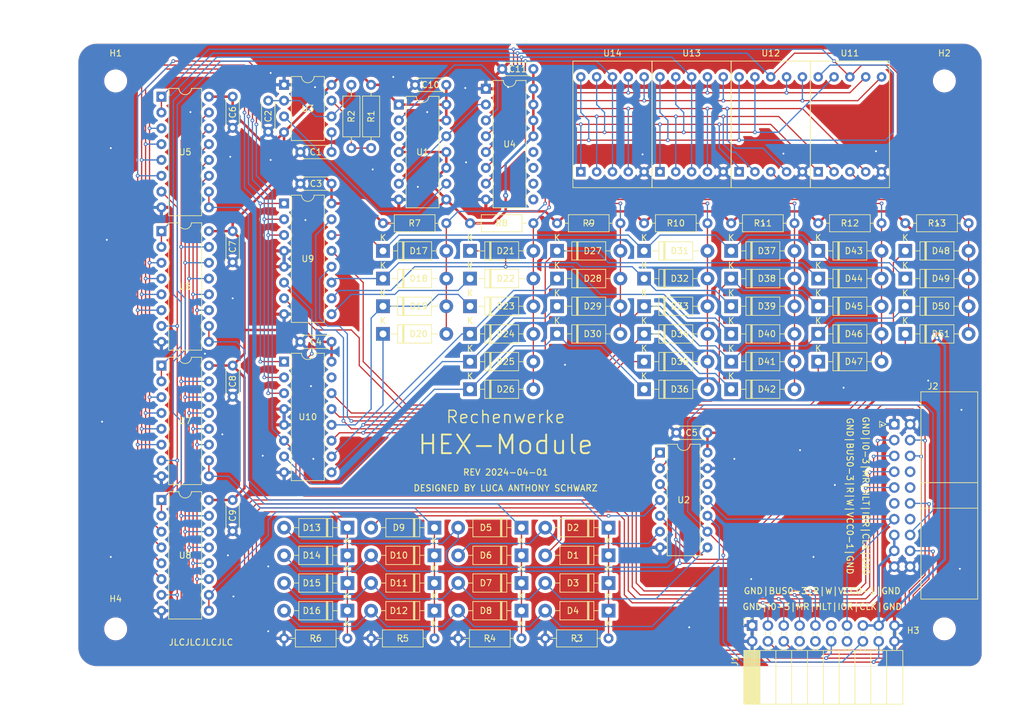
<source format=kicad_pcb>
(kicad_pcb (version 20240108) (generator "pcbnew") (generator_version "8.0")
  (title_block (title "HEX-Module") (date "2024-04-01") (rev "2024-04-01"))
  (layers (0 "F.Cu" signal) (31 "B.Cu" signal) (34 "B.Paste" user) (35 "F.Paste" user) (36 "B.SilkS" user "B.Silkscreen") (37 "F.SilkS" user "F.Silkscreen") (38 "B.Mask" user) (39 "F.Mask" user) (44 "Edge.Cuts" user))
  (net 0 "")
  (net 1 "GND")
  (net 2 "Net-(U3-CV)")
  (net 3 "Net-(U3-THR)")
  (net 4 "VCC")
  (net 5 "/~{E0}")
  (net 6 "/~{I0}")
  (net 7 "/~{I1}")
  (net 8 "/~{IOR}")
  (net 9 "/~{W}")
  (net 10 "/I0")
  (net 11 "/~{E1}")
  (net 12 "/~{E2}")
  (net 13 "/I1")
  (net 14 "/~{E3}")
  (net 15 "Net-(D17-K)")
  (net 16 "/A")
  (net 17 "Net-(D18-K)")
  (net 18 "Net-(D19-K)")
  (net 19 "Net-(D20-K)")
  (net 20 "/B")
  (net 21 "Net-(D21-K)")
  (net 22 "Net-(D22-K)")
  (net 23 "Net-(D24-K)")
  (net 24 "Net-(D25-K)")
  (net 25 "Net-(D26-K)")
  (net 26 "Net-(D27-K)")
  (net 27 "/C")
  (net 28 "/D")
  (net 29 "Net-(D33-K)")
  (net 30 "Net-(D34-K)")
  (net 31 "Net-(D35-K)")
  (net 32 "/E")
  (net 33 "Net-(D38-K)")
  (net 34 "/F")
  (net 35 "/G")
  (net 36 "Net-(D48-K)")
  (net 37 "/BUS0")
  (net 38 "/BUS1")
  (net 39 "/BUS2")
  (net 40 "/BUS3")
  (net 41 "/MR")
  (net 42 "W")
  (net 43 "/IOR")
  (net 44 "/CLK")
  (net 53 "/D3")
  (net 54 "/~{OE3}")
  (net 55 "/~{OE2}")
  (net 56 "/~{OE1}")
  (net 57 "Net-(U3-DIS)")
  (net 58 "/~{OE0}")
  (net 59 "Net-(U1A-C)")
  (net 60 "Net-(U1A-~{Q})")
  (net 62 "/D2")
  (net 63 "/D1")
  (net 64 "/D0")
  (net 66 "Net-(U1B-C)")
  (net 73 "Net-(U9-E2)")
  (footprint "Capacitor_THT:C_Disc_D4.3mm_W1.9mm_P5.00mm" (layer "F.Cu") (at 120.65 58.42 180)
    (property "Reference" "C1")
    (property "Value" "10nF")
  )
  (footprint "Capacitor_THT:C_Disc_D4.3mm_W1.9mm_P5.00mm" (layer "F.Cu") (at 110.49 50.165 -90)
    (property "Reference" "C2")
    (property "Value" "10nF")
  )
  (footprint "Capacitor_THT:C_Disc_D4.3mm_W1.9mm_P5.00mm" (layer "F.Cu") (at 120.65 63.5 180)
    (property "Reference" "C3")
    (property "Value" "100nF")
  )
  (footprint "Capacitor_THT:C_Disc_D4.3mm_W1.9mm_P5.00mm" (layer "F.Cu") (at 120.65 88.9 180)
    (property "Reference" "C4")
    (property "Value" "100nF")
  )
  (footprint "Capacitor_THT:C_Disc_D4.3mm_W1.9mm_P5.00mm" (layer "F.Cu") (at 180.975 103.505 180)
    (property "Reference" "C5")
    (property "Value" "100nF")
  )
  (footprint "Capacitor_THT:C_Disc_D4.3mm_W1.9mm_P5.00mm" (layer "F.Cu") (at 104.775 49.53 -90)
    (property "Reference" "C6")
    (property "Value" "100nF")
  )
  (footprint "Capacitor_THT:C_Disc_D4.3mm_W1.9mm_P5.00mm" (layer "F.Cu") (at 104.775 71.12 -90)
    (property "Reference" "C7")
    (property "Value" "100nF")
  )
  (footprint "Capacitor_THT:C_Disc_D4.3mm_W1.9mm_P5.00mm" (layer "F.Cu") (at 104.775 92.71 -90)
    (property "Reference" "C8")
    (property "Value" "100nF")
  )
  (footprint "Capacitor_THT:C_Disc_D4.3mm_W1.9mm_P5.00mm" (layer "F.Cu") (at 104.775 114.3 -90)
    (property "Reference" "C9")
    (property "Value" "100nF")
  )
  (footprint "Capacitor_THT:C_Disc_D4.3mm_W1.9mm_P5.00mm" (layer "F.Cu") (at 139.065 47.625 180)
    (property "Reference" "C10")
    (property "Value" "100nF")
  )
  (footprint "Capacitor_THT:C_Disc_D4.3mm_W1.9mm_P5.00mm" (layer "F.Cu") (at 153.035 45.085 180)
    (property "Reference" "C11")
    (property "Value" "100nF")
  )
  (footprint "Diode_THT:D_DO-41_SOD81_P10.16mm_Horizontal" (layer "F.Cu") (at 165.1 123.19 180)
    (property "Reference" "D1")
    (property "Value" "1N4001")
  )
  (footprint "Diode_THT:D_DO-41_SOD81_P10.16mm_Horizontal" (layer "F.Cu") (at 165.1 118.745 180)
    (property "Reference" "D2")
    (property "Value" "1N4001")
  )
  (footprint "Diode_THT:D_DO-41_SOD81_P10.16mm_Horizontal" (layer "F.Cu") (at 165.1 127.635 180)
    (property "Reference" "D3")
    (property "Value" "1N4001")
  )
  (footprint "Diode_THT:D_DO-41_SOD81_P10.16mm_Horizontal" (layer "F.Cu") (at 165.1 132.08 180)
    (property "Reference" "D4")
    (property "Value" "1N4001")
  )
  (footprint "Diode_THT:D_DO-41_SOD81_P10.16mm_Horizontal" (layer "F.Cu") (at 151.13 118.745 180)
    (property "Reference" "D5")
    (property "Value" "1N4001")
  )
  (footprint "Diode_THT:D_DO-41_SOD81_P10.16mm_Horizontal" (layer "F.Cu") (at 151.13 123.19 180)
    (property "Reference" "D6")
    (property "Value" "1N4001")
  )
  (footprint "Diode_THT:D_DO-41_SOD81_P10.16mm_Horizontal" (layer "F.Cu") (at 151.13 127.635 180)
    (property "Reference" "D7")
    (property "Value" "1N4001")
  )
  (footprint "Diode_THT:D_DO-41_SOD81_P10.16mm_Horizontal" (layer "F.Cu") (at 151.13 132.08 180)
    (property "Reference" "D8")
    (property "Value" "1N4001")
  )
  (footprint "Diode_THT:D_DO-41_SOD81_P10.16mm_Horizontal" (layer "F.Cu") (at 137.16 118.745 180)
    (property "Reference" "D9")
    (property "Value" "1N4001")
  )
  (footprint "Diode_THT:D_DO-41_SOD81_P10.16mm_Horizontal" (layer "F.Cu") (at 137.16 123.19 180)
    (property "Reference" "D10")
    (property "Value" "1N4001")
  )
  (footprint "Diode_THT:D_DO-41_SOD81_P10.16mm_Horizontal" (layer "F.Cu") (at 137.16 127.635 180)
    (property "Reference" "D11")
    (property "Value" "1N4001")
  )
  (footprint "Diode_THT:D_DO-41_SOD81_P10.16mm_Horizontal" (layer "F.Cu") (at 137.16 132.08 180)
    (property "Reference" "D12")
    (property "Value" "1N4001")
  )
  (footprint "Diode_THT:D_DO-41_SOD81_P10.16mm_Horizontal" (layer "F.Cu") (at 123.19 118.745 180)
    (property "Reference" "D13")
    (property "Value" "1N4001")
  )
  (footprint "Diode_THT:D_DO-41_SOD81_P10.16mm_Horizontal" (layer "F.Cu") (at 123.19 123.19 180)
    (property "Reference" "D14")
    (property "Value" "1N4001")
  )
  (footprint "Diode_THT:D_DO-41_SOD81_P10.16mm_Horizontal" (layer "F.Cu") (at 123.19 127.635 180)
    (property "Reference" "D15")
    (property "Value" "1N4001")
  )
  (footprint "Diode_THT:D_DO-41_SOD81_P10.16mm_Horizontal" (layer "F.Cu") (at 123.19 132.08 180)
    (property "Reference" "D16")
    (property "Value" "1N4001")
  )
  (footprint "Diode_THT:D_DO-41_SOD81_P10.16mm_Horizontal" (layer "F.Cu") (at 128.905 74.295)
    (property "Reference" "D17")
    (property "Value" "1N4001")
  )
  (footprint "Diode_THT:D_DO-41_SOD81_P10.16mm_Horizontal" (layer "F.Cu") (at 128.905 78.74)
    (property "Reference" "D18")
    (property "Value" "1N4001")
  )
  (footprint "Diode_THT:D_DO-41_SOD81_P10.16mm_Horizontal" (layer "F.Cu") (at 128.905 83.185)
    (property "Reference" "D19")
    (property "Value" "1N4001")
  )
  (footprint "Diode_THT:D_DO-41_SOD81_P10.16mm_Horizontal" (layer "F.Cu") (at 128.905 87.63)
    (property "Reference" "D20")
    (property "Value" "1N4001")
  )
  (footprint "Diode_THT:D_DO-41_SOD81_P10.16mm_Horizontal" (layer "F.Cu") (at 142.875 74.295)
    (property "Reference" "D21")
    (property "Value" "1N4001")
  )
  (footprint "Diode_THT:D_DO-41_SOD81_P10.16mm_Horizontal" (layer "F.Cu") (at 142.875 78.74)
    (property "Reference" "D22")
    (property "Value" "1N4001")
  )
  (footprint "Diode_THT:D_DO-41_SOD81_P10.16mm_Horizontal" (layer "F.Cu") (at 142.875 83.185)
    (property "Reference" "D23")
    (property "Value" "1N4001")
  )
  (footprint "Diode_THT:D_DO-41_SOD81_P10.16mm_Horizontal" (layer "F.Cu") (at 142.875 87.63)
    (property "Reference" "D24")
    (property "Value" "1N4001")
  )
  (footprint "Diode_THT:D_DO-41_SOD81_P10.16mm_Horizontal" (layer "F.Cu") (at 142.875 92.075)
    (property "Reference" "D25")
    (property "Value" "1N4001")
  )
  (footprint "Diode_THT:D_DO-41_SOD81_P10.16mm_Horizontal" (layer "F.Cu") (at 142.875 96.52)
    (property "Reference" "D26")
    (property "Value" "1N4001")
  )
  (footprint "Diode_THT:D_DO-41_SOD81_P10.16mm_Horizontal" (layer "F.Cu") (at 156.845 74.295)
    (property "Reference" "D27")
    (property "Value" "1N4001")
  )
  (footprint "Diode_THT:D_DO-41_SOD81_P10.16mm_Horizontal" (layer "F.Cu") (at 156.845 78.74)
    (property "Reference" "D28")
    (property "Value" "1N4001")
  )
  (footprint "Diode_THT:D_DO-41_SOD81_P10.16mm_Horizontal" (layer "F.Cu") (at 156.845 83.185)
    (property "Reference" "D29")
    (property "Value" "1N4001")
  )
  (footprint "Diode_THT:D_DO-41_SOD81_P10.16mm_Horizontal" (layer "F.Cu") (at 156.845 87.63)
    (property "Reference" "D30")
    (property "Value" "1N4001")
  )
  (footprint "Diode_THT:D_DO-41_SOD81_P10.16mm_Horizontal" (layer "F.Cu") (at 170.815 74.295)
    (property "Reference" "D31")
    (property "Value" "1N4001")
  )
  (footprint "Diode_THT:D_DO-41_SOD81_P10.16mm_Horizontal" (layer "F.Cu") (at 170.815 78.74)
    (property "Reference" "D32")
    (property "Value" "1N4001")
  )
  (footprint "Diode_THT:D_DO-41_SOD81_P10.16mm_Horizontal" (layer "F.Cu") (at 170.815 83.185)
    (property "Reference" "D33")
    (property "Value" "1N4001")
  )
  (footprint "Diode_THT:D_DO-41_SOD81_P10.16mm_Horizontal" (layer "F.Cu") (at 170.815 87.63)
    (property "Reference" "D34")
    (property "Value" "1N4001")
  )
  (footprint "Diode_THT:D_DO-41_SOD81_P10.16mm_Horizontal" (layer "F.Cu") (at 170.815 92.075)
    (property "Reference" "D35")
    (property "Value" "1N4001")
  )
  (footprint "Diode_THT:D_DO-41_SOD81_P10.16mm_Horizontal" (layer "F.Cu") (at 170.815 96.52)
    (property "Reference" "D36")
    (property "Value" "1N4001")
  )
  (footprint "Diode_THT:D_DO-41_SOD81_P10.16mm_Horizontal" (layer "F.Cu") (at 184.785 74.295)
    (property "Reference" "D37")
    (property "Value" "1N4001")
  )
  (footprint "Diode_THT:D_DO-41_SOD81_P10.16mm_Horizontal" (layer "F.Cu") (at 184.785 78.74)
    (property "Reference" "D38")
    (property "Value" "1N4001")
  )
  (footprint "Diode_THT:D_DO-41_SOD81_P10.16mm_Horizontal" (layer "F.Cu") (at 184.785 83.185)
    (property "Reference" "D39")
    (property "Value" "1N4001")
  )
  (footprint "Diode_THT:D_DO-41_SOD81_P10.16mm_Horizontal" (layer "F.Cu") (at 184.785 87.63)
    (property "Reference" "D40")
    (property "Value" "1N4001")
  )
  (footprint "Diode_THT:D_DO-41_SOD81_P10.16mm_Horizontal" (layer "F.Cu") (at 184.785 92.075)
    (property "Reference" "D41")
    (property "Value" "1N4001")
  )
  (footprint "Diode_THT:D_DO-41_SOD81_P10.16mm_Horizontal" (layer "F.Cu") (at 184.785 96.52)
    (property "Reference" "D42")
    (property "Value" "1N4001")
  )
  (footprint "Diode_THT:D_DO-41_SOD81_P10.16mm_Horizontal" (layer "F.Cu") (at 198.755 74.295)
    (property "Reference" "D43")
    (property "Value" "1N4001")
  )
  (footprint "Diode_THT:D_DO-41_SOD81_P10.16mm_Horizontal" (layer "F.Cu") (at 198.755 78.74)
    (property "Reference" "D44")
    (property "Value" "1N4001")
  )
  (footprint "Diode_THT:D_DO-41_SOD81_P10.16mm_Horizontal" (layer "F.Cu") (at 198.755 83.185)
    (property "Reference" "D45")
    (property "Value" "1N4001")
  )
  (footprint "Diode_THT:D_DO-41_SOD81_P10.16mm_Horizontal" (layer "F.Cu") (at 198.755 87.63)
    (property "Reference" "D46")
    (property "Value" "1N4001")
  )
  (footprint "Diode_THT:D_DO-41_SOD81_P10.16mm_Horizontal" (layer "F.Cu") (at 198.755 92.075)
    (property "Reference" "D47")
    (property "Value" "1N4001")
  )
  (footprint "Diode_THT:D_DO-41_SOD81_P10.16mm_Horizontal" (layer "F.Cu") (at 212.725 74.295)
    (property "Reference" "D48")
    (property "Value" "1N4001")
  )
  (footprint "Diode_THT:D_DO-41_SOD81_P10.16mm_Horizontal" (layer "F.Cu") (at 212.725 78.74)
    (property "Reference" "D49")
    (property "Value" "1N4001")
  )
  (footprint "Diode_THT:D_DO-41_SOD81_P10.16mm_Horizontal" (layer "F.Cu") (at 212.725 83.185)
    (property "Reference" "D50")
    (property "Value" "1N4001")
  )
  (footprint "Diode_THT:D_DO-41_SOD81_P10.16mm_Horizontal" (layer "F.Cu") (at 212.725 87.63)
    (property "Reference" "D51")
    (property "Value" "1N4001")
  )
  (footprint "Connector_PinSocket_2.54mm:PinSocket_2x10_P2.54mm_Horizontal" (layer "F.Cu") (at 188.14 134.46 90)
    (property "Reference" "J1")
    (property "Value" "Conn_02x10_Odd_Even")
  )
  (footprint "Resistor_THT:R_Axial_DIN0207_L6.3mm_D2.5mm_P10.16mm_Horizontal" (layer "F.Cu") (at 127 47.625 -90)
    (property "Reference" "R1")
    (property "Value" "1k")
  )
  (footprint "Resistor_THT:R_Axial_DIN0207_L6.3mm_D2.5mm_P10.16mm_Horizontal" (layer "F.Cu") (at 123.825 57.785 90)
    (property "Reference" "R2")
    (property "Value" "100k")
  )
  (footprint "Resistor_THT:R_Axial_DIN0207_L6.3mm_D2.5mm_P10.16mm_Horizontal" (layer "F.Cu") (at 165.1 136.525 180)
    (property "Reference" "R3")
    (property "Value" "2k")
  )
  (footprint "Resistor_THT:R_Axial_DIN0207_L6.3mm_D2.5mm_P10.16mm_Horizontal" (layer "F.Cu") (at 151.13 136.525 180)
    (property "Reference" "R4")
    (property "Value" "2k")
  )
  (footprint "Resistor_THT:R_Axial_DIN0207_L6.3mm_D2.5mm_P10.16mm_Horizontal" (layer "F.Cu") (at 137.16 136.525 180)
    (property "Reference" "R5")
    (property "Value" "2k")
  )
  (footprint "Resistor_THT:R_Axial_DIN0207_L6.3mm_D2.5mm_P10.16mm_Horizontal" (layer "F.Cu") (at 123.19 136.525 180)
    (property "Reference" "R6")
    (property "Value" "2k")
  )
  (footprint "Resistor_THT:R_Axial_DIN0207_L6.3mm_D2.5mm_P10.16mm_Horizontal" (layer "F.Cu") (at 128.905 69.85)
    (property "Reference" "R7")
    (property "Value" "2k")
  )
  (footprint "Resistor_THT:R_Axial_DIN0207_L6.3mm_D2.5mm_P10.16mm_Horizontal" (layer "F.Cu") (at 142.875 69.85)
    (property "Reference" "R8")
    (property "Value" "2k")
  )
  (footprint "Resistor_THT:R_Axial_DIN0207_L6.3mm_D2.5mm_P10.16mm_Horizontal" (layer "F.Cu") (at 156.845 69.85)
    (property "Reference" "R9")
    (property "Value" "2k")
  )
  (footprint "Resistor_THT:R_Axial_DIN0207_L6.3mm_D2.5mm_P10.16mm_Horizontal" (layer "F.Cu") (at 170.815 69.85)
    (property "Reference" "R10")
    (property "Value" "2k")
  )
  (footprint "Resistor_THT:R_Axial_DIN0207_L6.3mm_D2.5mm_P10.16mm_Horizontal" (layer "F.Cu") (at 184.785 69.85)
    (property "Reference" "R11")
    (property "Value" "2k")
  )
  (footprint "Resistor_THT:R_Axial_DIN0207_L6.3mm_D2.5mm_P10.16mm_Horizontal" (layer "F.Cu") (at 198.755 69.85)
    (property "Reference" "R12")
    (property "Value" "2k")
  )
  (footprint "Resistor_THT:R_Axial_DIN0207_L6.3mm_D2.5mm_P10.16mm_Horizontal" (layer "F.Cu") (at 212.725 69.85)
    (property "Reference" "R13")
    (property "Value" "2k")
  )
  (footprint "Package_DIP:DIP-14_W7.62mm" (layer "F.Cu") (at 131.445 50.8)
    (property "Reference" "U1")
    (property "Value" "74HC107")
  )
  (footprint "Package_DIP:DIP-14_W7.62mm" (layer "F.Cu") (at 173.355 106.68)
    (property "Reference" "U2")
    (property "Value" "74HC04")
  )
  (footprint "Package_DIP:DIP-8_W7.62mm" (layer "F.Cu") (at 113.03 47.625)
    (property "Reference" "U3")
    (property "Value" "LMC555xN")
  )
  (footprint "Package_DIP:DIP-16_W7.62mm" (layer "F.Cu") (at 145.415 48.26)
    (property "Reference" "U4")
    (property "Value" "74HC139")
  )
  (footprint "Package_DIP:DIP-16_W7.62mm" (layer "F.Cu") (at 93.345 49.53)
    (property "Reference" "U5")
    (property "Value" "74HC173")
  )
  (footprint "Package_DIP:DIP-16_W7.62mm" (layer "F.Cu") (at 93.345 71.12)
    (property "Reference" "U6")
    (property "Value" "74HC173")
  )
  (footprint "Package_DIP:DIP-16_W7.62mm" (layer "F.Cu") (at 93.345 92.71)
    (property "Reference" "U7")
    (property "Value" "74HC173")
  )
  (footprint "Package_DIP:DIP-16_W7.62mm" (layer "F.Cu") (at 93.345 114.3)
    (property "Reference" "U8")
    (property "Value" "74HC173")
  )
  (footprint "Package_DIP:DIP-16_W7.62mm" (layer "F.Cu") (at 113.03 66.675)
    (property "Reference" "U9")
    (property "Value" "74HC138")
  )
  (footprint "Package_DIP:DIP-16_W7.62mm" (layer "F.Cu") (at 113.03 92.075)
    (property "Reference" "U10")
    (property "Value" "74HC138")
  )
  (footprint "HEX-LIB:INND-TS56" (layer "F.Cu") (at 198.755 46.355)
    (property "Reference" "U11")
    (property "Value" "INND-TS56")
  )
  (footprint "HEX-LIB:INND-TS56" (layer "F.Cu") (at 186.055 46.355)
    (property "Reference" "U12")
    (property "Value" "INND-TS56")
  )
  (footprint "HEX-LIB:INND-TS56" (layer "F.Cu") (at 173.355 46.355)
    (property "Reference" "U13")
    (property "Value" "INND-TS56")
  )
  (footprint "HEX-LIB:INND-TS56" (layer "F.Cu") (at 160.655 46.355)
    (property "Reference" "U14")
    (property "Value" "INND-TS56")
  )
  (footprint "MountingHole:MountingHole_3.2mm_M3" (layer "F.Cu") (at 86 47)
    (property "Reference" "H1")
    (property "Value" "MountingHole")
  )
  (footprint "MountingHole:MountingHole_3.2mm_M3" (layer "F.Cu") (at 219 47)
    (property "Reference" "H2")
    (property "Value" "MountingHole")
  )
  (footprint "MountingHole:MountingHole_3.2mm_M3" (layer "F.Cu") (at 219 135)
    (property "Reference" "H3")
    (property "Value" "MountingHole")
  )
  (footprint "MountingHole:MountingHole_3.2mm_M3" (layer "F.Cu") (at 86 135)
    (property "Reference" "H4")
    (property "Value" "MountingHole")
  )
  (footprint "Connector_IDC:IDC-Header_2x10_P2.54mm_Horizontal" (layer "F.Cu") (at 210.96 102.14)
    (property "Reference" "J2")
    (property "Value" "Conn_02x10_Odd_Even")
  )
  (gr_line (start 83 41) (end 222 41) (stroke (width 0.05)) (layer "Edge.Cuts"))
  (gr_arc (start 222 41) (mid 224.12132 41.87868) (end 225 44) (stroke (width 0.05)) (layer "Edge.Cuts"))
  (gr_line (start 80 44) (end 80 138) (stroke (width 0.05)) (layer "Edge.Cuts"))
  (gr_arc (start 225 139) (mid 224.414214 140.414214) (end 223 141) (stroke (width 0.05)) (layer "Edge.Cuts"))
  (gr_arc (start 80 44) (mid 80.87868 41.87868) (end 83 41) (stroke (width 0.05)) (layer "Edge.Cuts"))
  (gr_line (start 225 44) (end 225 139) (stroke (width 0.05)) (layer "Edge.Cuts"))
  (gr_line (start 83 141) (end 223 141) (stroke (width 0.05)) (layer "Edge.Cuts"))
  (gr_arc (start 83 141) (mid 80.87868 140.12132) (end 80 138) (stroke (width 0.05)) (layer "Edge.Cuts"))
  (gr_text "GND|BUS0-3|R|W|VCC0-1|GND" (at 199.39 128.905 0) (layer "F.SilkS") (effects (font (size 1 1) (thickness 0.16))))
  (gr_text "GND|I0-3|MR|HLT|IOR|CLK|GND" (at 206.375 113.665 270) (layer "F.SilkS") (effects (font (size 1 1) (thickness 0.16))))
  (gr_text "HEX-Module" (at 148.59 105.41 0) (layer "F.SilkS") (effects (font (size 3 3) (thickness 0.3))))
  (gr_text "DESIGNED BY LUCA ANTHONY SCHWARZ" (at 148.59 112.395 0) (layer "F.SilkS") (effects (font (size 1 1) (thickness 0.16))))
  (gr_text "GND|I0-3|MR|HLT|IOR|CLK|GND" (at 199.39 131.445 0) (layer "F.SilkS") (effects (font (size 1 1) (thickness 0.16))))
  (gr_text "REV 2024-04-01" (at 148.59 109.855 0) (layer "F.SilkS") (effects (font (size 1 1) (thickness 0.16))))
  (gr_text "Rechenwerke" (at 148.59 100.965 0) (layer "F.SilkS") (effects (font (size 2 2) (thickness 0.2))))
  (gr_text "JLCJLCJLCJLC" (at 99.695 137.16 0) (layer "F.SilkS") (effects (font (size 1 1) (thickness 0.16))))
  (gr_text "GND|BUS0-3|R|W|VCC0-1|GND" (at 203.835 113.665 270) (layer "F.SilkS") (effects (font (size 1 1) (thickness 0.16))))
  (via (at 208.026 58.293) (size 0.6) (drill 0.3) (layers "F.Cu" "B.Cu") (net 1))
  (via (at 142.24 60.071) (size 0.6) (drill 0.3) (layers "F.Cu" "B.Cu") (net 1))
  (via (at 117.348 96.012) (size 0.6) (drill 0.3) (layers "F.Cu" "B.Cu") (net 1))
  (via (at 136 52) (size 0.6) (drill 0.3) (layers "F.Cu" "B.Cu") (net 1))
  (via (at 110.49 124.968) (size 0.6) (drill 0.3) (layers "F.Cu" "B.Cu") (net 1))
  (via (at 117.729 107.696) (size 0.6) (drill 0.3) (layers "F.Cu" "B.Cu") (net 1))
  (via (at 160 137) (size 0.6) (drill 0.3) (layers "F.Cu" "B.Cu") (net 1))
  (via (at 202.819 96.266) (size 0.6) (drill 0.3) (layers "F.Cu" "B.Cu") (net 1))
  (via (at 84.582 72.517) (size 0.6) (drill 0.3) (layers "F.Cu" "B.Cu") (net 1))
  (via (at 221.742 99.822) (size 0.6) (drill 0.3) (layers "F.Cu" "B.Cu") (net 1))
  (via (at 197.993 123.444) (size 0.6) (drill 0.3) (layers "F.Cu" "B.Cu") (net 1))
  (via (at 132 137) (size 0.6) (drill 0.3) (layers "F.Cu" "B.Cu") (net 1))
  (via (at 109.601 107.188) (size 0.6) (drill 0.3) (layers "F.Cu" "B.Cu") (net 1))
  (via (at 208.915 102.235) (size 0.6) (drill 0.3) (layers "F.Cu" "B.Cu") (net 1))
  (via (at 118 48) (size 0.6) (drill 0.3) (layers "F.Cu" "B.Cu") (net 1))
  (via (at 170.561 58.801) (size 0.6) (drill 0.3) (layers "F.Cu" "B.Cu") (net 1))
  (via (at 190 70) (size 0.6) (drill 0.3) (layers "F.Cu" "B.Cu") (net 1))
  (via (at 110.49 135.382) (size 0.6) (drill 0.3) (layers "F.Cu" "B.Cu") (net 1))
  (via (at 103.124 103.759) (size 0.6) (drill 0.3) (layers "F.Cu" "B.Cu") (net 1))
  (via (at 110.871 59.69) (size 0.6) (drill 0.3) (layers "F.Cu" "B.Cu") (net 1))
  (via (at 104.394 59.182) (size 0.6) (drill 0.3) (layers "F.Cu" "B.Cu") (net 1))
  (via (at 185.293 107.696) (size 0.6) (drill 0.3) (layers "F.Cu" "B.Cu") (net 1))
  (via (at 104.775 81.915) (size 0.6) (drill 0.3) (layers "F.Cu" "B.Cu") (net 1))
  (via (at 195.834 106.299) (size 0.6) (drill 0.3) (layers "F.Cu" "B.Cu") (net 1))
  (via (at 178.054 134.747) (size 0.6) (drill 0.3) (layers "F.Cu" "B.Cu") (net 1))
  (via (at 221.488 125.349) (size 0.6) (drill 0.3) (layers "F.Cu" "B.Cu") (net 1))
  (via (at 104.013 123.19) (size 0.6) (drill 0.3) (layers "F.Cu" "B.Cu") (net 1))
  (via (at 162 70) (size 0.6) (drill 0.3) (layers "F.Cu" "B.Cu") (net 1))
  (via (at 116.459 69.342) (size 0.6) (drill 0.3) (layers "F.Cu" "B.Cu") (net 1))
  (via (at 188 127) (size 0.6) (drill 0.3) (layers "F.Cu" "B.Cu") (net 1))
  (via (at 83.82 101.727) (size 0.6) (drill 0.3) (layers "F.Cu" "B.Cu") (net 1))
  (via (at 104.902 129.794) (size 0.6) (drill 0.3) (layers "F.Cu" "B.Cu") (net 1))
  (via (at 134.493 64.008) (size 0.6) (drill 0.3) (layers "F.Cu" "B.Cu") (net 1))
  (via (at 216.408 95.123) (size 0.6) (drill 0.3) (layers "F.Cu" "B.Cu") (net 1))
  (via (at 100.33 90.805) (size 0.6) (drill 0.3) (layers "F.Cu" "B.Cu") (net 1))
  (via (at 110.871 45.72) (size 0.6) (drill 0.3) (layers "F.Cu" "B.Cu") (net 1))
  (via (at 201.422 111.887) (size 0.6) (drill 0.3) (layers "F.Cu" "B.Cu") (net 1))
  (via (at 85.217 57.785) (size 0.6) (drill 0.3) (layers "F.Cu" "B.Cu") (net 1))
  (via (at 98 52) (size 0.6) (drill 0.3) (layers "F.Cu" "B.Cu") (net 1))
  (via (at 149 48) (size 0.6) (drill 0.3) (layers "F.Cu" "B.Cu") (net 1))
  (via (at 193.167 58.674) (size 0.6) (drill 0.3) (layers "F.Cu" "B.Cu") (net 1))
  (via (at 118 137) (size 0.6) (drill 0.3) (layers "F.Cu" "B.Cu") (net 1))
  (via (at 142.113 48.133) (size 0.6) (drill 0.3) (layers "F.Cu" "B.Cu") (net 1))
  (via (at 158.115 92.583) (size 0.6) (drill 0.3) (layers "F.Cu" "B.Cu") (net 1))
  (via (at 146 137) (size 0.6) (drill 0.3) (layers "F.Cu" "B.Cu") (net 1))
  (via (at 130.556 46.355) (size 0.6) (drill 0.3) (layers "F.Cu" "B.Cu") (net 1))
  (via (at 85.217 123.444) (size 0.6) (drill 0.3) (layers "F.Cu" "B.Cu") (net 1))
  (via (at 218 70) (size 0.6) (drill 0.3) (layers "F.Cu" "B.Cu") (net 1))
  (via (at 127.254 61.214) (size 0.6) (drill 0.3) (layers "F.Cu" "B.Cu") (net 1))
  (segment (start 120.65 55.245) (end 120.65 58.42) (width 0.2) (layer "B.Cu") (net 2))
  (segment (start 110.49 50.165) (end 113.03 50.165) (width 0.2) (layer "B.Cu") (net 3))
  (segment (start 118.11 52.705) (end 115.57 50.165) (width 0.2) (layer "B.Cu") (net 3))
  (segment (start 123.825 47.625) (end 123.825 49.53) (width 0.2) (layer "B.Cu") (net 3))
  (segment (start 120.65 52.705) (end 118.11 52.705) (width 0.2) (layer "B.Cu") (net 3))
  (segment (start 123.825 49.53) (end 120.65 52.705) (width 0.2) (layer "B.Cu") (net 3))
  (segment (start 115.57 50.165) (end 113.03 50.165) (width 0.2) (layer "B.Cu") (net 3))
  (segment (start 134.15 69.85) (end 135.255 69.85) (width 0.4) (layer "F.Cu") (net 4))
  (segment (start 104.775 52.07) (end 109.855 57.15) (width 0.4) (layer "F.Cu") (net 4))
  (segment (start 210.82 67.945) (end 212.725 69.85) (width 0.4) (layer "F.Cu") (net 4))
  (segment (start 120.65 47.625) (end 113.03 55.245) (width 0.4) (layer "F.Cu") (net 4))
  (segment (start 136.525 53.34) (end 139.065 53.34) (width 0.4) (layer "F.Cu") (net 4))
  (segment (start 196.85 67.945) (end 198.755 69.85) (width 0.4) (layer "F.Cu") (net 4))
  (segment (start 104.775 114.3) (end 100.965 114.3) (width 0.4) (layer "F.Cu") (net 4))
  (segment (start 120.65 66.675) (end 120.65 63.5) (width 0.4) (layer "F.Cu") (net 4))
  (segment (start 111.125 57.15) (end 113.03 55.245) (width 0.4) (layer "F.Cu") (net 4))
  (segment (start 217.805 74.93) (end 212.725 69.85) (width 0.4) (layer "F.Cu") (net 4))
  (segment (start 135.255 69.85) (end 139.065 66.04) (width 0.4) (layer "F.Cu") (net 4))
  (segment (start 153.035 50.8) (end 153.035 53.34) (width 0.4) (layer "F.Cu") (net 4))
  (segment (start 217.805 88.265) (end 217.805 74.93) (width 0.4) (layer "F.Cu") (net 4))
  (segment (start 127 47.625) (end 128.27 47.625) (width 0.4) (layer "F.Cu") (net 4))
  (segment (start 131.445 58.42) (end 139.065 58.42) (width 0.4) (layer "F.Cu") (net 4))
  (segment (start 120.65 88.9) (end 120.65 92.075) (width 0.4) (layer "F.Cu") (net 4))
  (segment (start 180.975 103.505) (end 180.975 106.68) (width 0.4) (layer "F.Cu") (net 4))
  (segment (start 109.855 57.15) (end 111.125 57.15) (width 0.4) (layer "F.Cu") (net 4))
  (segment (start 116.205 86.995) (end 106.68 86.995) (width 0.4) (layer "F.Cu") (net 4))
  (segment (start 104.775 92.71) (end 106.68 94.615) (width 0.4) (layer "F.Cu") (net 4))
  (segment (start 139.065 60.96) (end 137.16 62.865) (width 0.4) (layer "F.Cu") (net 4))
  (segment (start 106.68 90.805) (end 106.68 86.995) (width 0.4) (layer "F.Cu") (net 4))
  (segment (start 104.775 69.85) (end 113.03 61.595) (width 0.4) (layer "F.Cu") (net 4))
  (segment (start 184.785 69.85) (end 186.69 67.945) (width 0.4) (layer "F.Cu") (net 4))
  (segment (start 137.16 64.135) (end 139.065 66.04) (width 0.4) (layer "F.Cu") (net 4))
  (segment (start 153.035 48.26) (end 153.035 50.8) (width 0.4) (layer "F.Cu") (net 4))
  (segment (start 120.65 88.9) (end 118.11 88.9) (width 0.4) (layer "F.Cu") (net 4))
  (segment (start 106.68 86.995) (end 106.68 73.025) (width 0.4) (layer "F.Cu") (net 4))
  (segment (start 139.065 50.8) (end 139.065 53.34) (width 0.4) (layer "F.Cu") (net 4))
  (segment (start 113.03 61.595) (end 118.745 61.595) (width 0.4) (layer "F.Cu") (net 4))
  (segment (start 182.88 67.945) (end 184.785 69.85) (width 0.4) (layer "F.Cu") (net 4))
  (segment (start 186.69 67.945) (end 196.85 67.945) (width 0.4) (layer "F.Cu") (net 4))
  (segment (start 122.555 45.72) (end 125.095 45.72) (width 0.4) (layer "F.Cu") (net 4))
  (segment (start 106.68 112.395) (end 104.775 114.3) (width 0.4) (layer "F.Cu") (net 4))
  (segment (start 118.11 88.9) (end 116.205 86.995) (width 0.4) (layer "F.Cu") (net 4))
  (segment (start 139.065 47.625) (end 139.065 50.8) (width 0.4) (layer "F.Cu") (net 4))
  (segment (start 131.445 58.42) (end 136.525 53.34) (width 0.4) (layer "F.Cu") (net 4))
  (segment (start 137.16 62.865) (end 137.16 64.135) (width 0.4) (layer "F.Cu") (net 4))
  (segment (start 128.905 69.85) (end 134.15 69.85) (width 0.4) (layer "F.Cu") (net 4))
  (segment (start 106.68 73.025) (end 104.775 71.12) (width 0.4) (layer "F.Cu") (net 4))
  (segment (start 139.065 58.42) (end 139.065 60.96) (width 0.4) (layer "F.Cu") (net 4))
  (segment (start 104.775 71.12) (end 100.965 71.12) (width 0.4) (layer "F.Cu") (net 4))
  (segment (start 156.845 69.85) (end 158.75 67.945) (width 0.4) (layer "F.Cu") (net 4))
  (segment (start 198.755 69.85) (end 200.66 67.945) (width 0.4) (layer "F.Cu") (net 4))
  (segment (start 125.73 66.675) (end 128.905 69.85) (width 0.4) (layer "F.Cu") (net 4))
  (segment (start 158.75 67.945) (end 168.91 67.945) (width 0.4) (layer "F.Cu") (net 4))
  (segment (start 120.65 66.675) (end 125.73 66.675) (width 0.4) (layer "F.Cu") (net 4))
  (segment (start 142.875 69.85) (end 146.685 69.85) (width 0.4) (layer "F.Cu") (net 4))
  (segment (start 168.91 67.945) (end 170.815 69.85) (width 0.4) (layer "F.Cu") (net 4))
  (segment (start 148.59 67.945) (end 154.94 67.945) (width 0.4) (layer "F.Cu") (net 4))
  (segment (start 125.095 45.72) (end 127 47.625) (width 0.4) (layer "F.Cu") (net 4))
  (segment (start 200.66 67.945) (end 210.82 67.945) (width 0.4) (layer "F.Cu") (net 4))
  (segment (start 154.94 67.945) (end 156.845 69.85) (width 0.4) (layer "F.Cu") (net 4))
  (segment (start 180.975 103.505) (end 202.565 103.505) (width 0.4) (layer "F.Cu") (net 4))
  (segment (start 139.065 66.04) (end 142.875 69.85) (width 0.4) (layer "F.Cu") (net 4))
  (segment (start 153.035 45.085) (end 153.035 48.26) (width 0.4) (layer "F.Cu") (net 4))
  (segment (start 106.68 94.615) (end 106.68 112.395) (width 0.4) (layer "F.Cu") (net 4))
  (segment (start 104.775 49.53) (end 100.965 49.53) (width 0.4) (layer "F.Cu") (net 4))
  (segment (start 118.745 61.595) (end 120.65 63.5) (width 0.4) (layer "F.Cu") (net 4))
  (segment (start 131.445 50.8) (end 139.065 50.8) (width 0.4) (layer "F.Cu") (net 4))
  (segment (start 113.03 61.595) (end 113.03 55.245) (width 0.4) (layer "F.Cu") (net 4))
  (segment (start 104.775 92.71) (end 106.68 90.805) (width 0.4) (layer "F.Cu") (net 4))
  (segment (start 100.965 92.71) (end 104.775 92.71) (width 0.4) (layer "F.Cu") (net 4))
  (segment (start 148.59 65.405) (end 148.59 67.945) (width 0.4) (layer "F.Cu") (net 4))
  (segment (start 104.775 71.12) (end 104.775 69.85) (width 0.4) (layer "F.Cu") (net 4))
  (segment (start 172.72 67.945) (end 182.88 67.945) (width 0.4) (layer "F.Cu") (net 4))
  (segment (start 170.815 69.85) (end 172.72 67.945) (width 0.4) (layer "F.Cu") (net 4))
  (segment (start 146.685 69.85) (end 148.59 67.945) (width 0.4) (layer "F.Cu") (net 4))
  (segment (start 153.035 53.34) (end 153.035 55.88) (width 0.4) (layer "F.Cu") (net 4))
  (segment (start 104.775 49.53) (end 104.775 52.07) (width 0.4) (layer "F.Cu") (net 4))
  (segment (start 120.65 47.625) (end 122.555 45.72) (width 0.4) (layer "F.Cu") (net 4))
  (segment (start 202.565 103.505) (end 217.805 88.265) (width 0.4) (layer "F.Cu") (net 4))
  (segment (start 128.27 47.625) (end 131.445 50.8) (width 0.4) (layer "F.Cu") (net 4))
  (via (at 148.59 65.405) (size 0.8) (drill 0.4) (layers "F.Cu" "B.Cu") (net 4))
  (via (at 217.805 88.265) (size 0.8) (drill 0.4) (layers "F.Cu" "B.Cu") (net 4))
  (segment (start 148.59 65.405) (end 148.59 65.405) (width 0.4) (layer "B.Cu") (net 4))
  (segment (start 217.805 88.265) (end 217.805 88.265) (width 0.4) (layer "B.Cu") (net 4))
  (segment (start 210.96 122.46) (end 210.96 119.92) (width 0.4) (layer "B.Cu") (net 4))
  (segment (start 208.46 134.46) (end 208.46 124.96) (width 0.4) (layer "B.Cu") (net 4))
  (segment (start 219.075 89.535) (end 219.075 123.845) (width 0.4) (layer "B.Cu") (net 4))
  (segment (start 153.035 55.88) (end 148.59 60.325) (width 0.4) (layer "B.Cu") (net 4))
  (segment (start 208.46 124.96) (end 210.96 122.46) (width 0.4) (layer "B.Cu") (net 4))
  (segment (start 219.075 123.845) (end 208.46 134.46) (width 0.4) (layer "B.Cu") (net 4))
  (segment (start 217.805 88.265) (end 219.075 89.535) (width 0.4) (layer "B.Cu") (net 4))
  (segment (start 208.46 134.46) (end 205.92 134.46) (width 0.4) (layer "B.Cu") (net 4))
  (segment (start 148.59 60.325) (end 148.59 65.405) (width 0.4) (layer "B.Cu") (net 4))
  (segment (start 165.1 132.08) (end 165.1 136.525) (width 0.2) (layer "F.Cu") (net 5))
  (segment (start 165.1 127.635) (end 165.1 132.08) (width 0.2) (layer "F.Cu") (net 5))
  (segment (start 100.965 64.77) (end 100.965 67.31) (width 0.2) (layer "F.Cu") (net 5))
  (segment (start 165.1 118.745) (end 165.1 123.19) (width 0.2) (layer "F.Cu") (net 5))
  (segment (start 165.1 123.19) (end 165.1 127.635) (width 0.2) (layer "F.Cu") (net 5))
  (segment (start 100.965 67.31) (end 106.045 67.31) (width 0.2) (layer "B.Cu") (net 5))
  (segment (start 160.655 114.3) (end 165.1 118.745) (width 0.2) (layer "B.Cu") (net 5))
  (segment (start 107.315 111.125) (end 110.49 114.3) (width 0.2) (layer "B.Cu") (net 5))
  (segment (start 106.045 67.31) (end 107.315 68.58) (width 0.2) (layer "B.Cu") (net 5))
  (segment (start 110.49 114.3) (end 160.655 114.3) (width 0.2) (layer "B.Cu") (net 5))
  (segment (start 107.315 68.58) (end 107.315 111.125) (width 0.2) (layer "B.Cu") (net 5))
  (segment (start 165.1 116.84) (end 165.1 116.84) (width 0.2) (layer "F.Cu") (net 6))
  (segment (start 157.48 120.65) (end 154.94 123.19) (width 0.2) (layer "F.Cu") (net 6))
  (segment (start 157.48 116.84) (end 157.48 118.11) (width 0.2) (layer "F.Cu") (net 6))
  (segment (start 156.21 116.84) (end 157.48 116.84) (width 0.2) (layer "F.Cu") (net 6))
  (segment (start 127 118.745) (end 128.905 116.84) (width 0.2) (layer "F.Cu") (net 6))
  (segment (start 157.48 116.84) (end 165.1 116.84) (width 0.2) (layer "F.Cu") (net 6))
  (segment (start 157.48 118.11) (end 157.48 120.65) (width 0.2) (layer "F.Cu") (net 6))
  (segment (start 128.905 116.84) (end 156.21 116.84) (width 0.2) (layer "F.Cu") (net 6))
  (via (at 165.1 116.84) (size 0.6) (drill 0.3) (layers "F.Cu" "B.Cu") (net 6))
  (segment (start 165.1 116.84) (end 170.815 116.84) (width 0.2) (layer "B.Cu") (net 6))
  (segment (start 170.815 116.84) (end 173.355 114.3) (width 0.2) (layer "B.Cu") (net 6))
  (segment (start 171.45 121.285) (end 173.355 119.38) (width 0.2) (layer "B.Cu") (net 7))
  (segment (start 142.875 121.285) (end 152.4 121.285) (width 0.2) (layer "B.Cu") (net 7))
  (segment (start 140.97 123.19) (end 142.875 121.285) (width 0.2) (layer "B.Cu") (net 7))
  (segment (start 152.4 121.285) (end 154.94 118.745) (width 0.2) (layer "B.Cu") (net 7))
  (segment (start 154.94 118.745) (end 157.48 121.285) (width 0.2) (layer "B.Cu") (net 7))
  (segment (start 157.48 121.285) (end 171.45 121.285) (width 0.2) (layer "B.Cu") (net 7))
  (segment (start 124.46 130.175) (end 127 127.635) (width 0.2) (layer "B.Cu") (net 8))
  (segment (start 113.03 127.635) (end 115.57 130.175) (width 0.2) (layer "B.Cu") (net 8))
  (segment (start 172.72 130.175) (end 180.975 121.92) (width 0.2) (layer "B.Cu") (net 8))
  (segment (start 140.97 127.635) (end 143.51 130.175) (width 0.2) (layer "B.Cu") (net 8))
  (segment (start 127 127.635) (end 129.54 130.175) (width 0.2) (layer "B.Cu") (net 8))
  (segment (start 115.57 130.175) (end 124.46 130.175) (width 0.2) (layer "B.Cu") (net 8))
  (segment (start 154.94 127.635) (end 157.48 130.175) (width 0.2) (layer "B.Cu") (net 8))
  (segment (start 129.54 130.175) (end 138.43 130.175) (width 0.2) (layer "B.Cu") (net 8))
  (segment (start 157.48 130.175) (end 172.72 130.175) (width 0.2) (layer "B.Cu") (net 8))
  (segment (start 152.4 130.175) (end 154.94 127.635) (width 0.2) (layer "B.Cu") (net 8))
  (segment (start 138.43 130.175) (end 140.97 127.635) (width 0.2) (layer "B.Cu") (net 8))
  (segment (start 143.51 130.175) (end 152.4 130.175) (width 0.2) (layer "B.Cu") (net 8))
  (segment (start 152.4 134.62) (end 154.94 132.08) (width 0.2) (layer "B.Cu") (net 9))
  (segment (start 172.085 134.62) (end 182.88 123.825) (width 0.2) (layer "B.Cu") (net 9))
  (segment (start 113.03 132.08) (end 115.57 134.62) (width 0.2) (layer "B.Cu") (net 9))
  (segment (start 124.46 134.62) (end 127 132.08) (width 0.2) (layer "B.Cu") (net 9))
  (segment (start 138.43 134.62) (end 140.97 132.08) (width 0.2) (layer "B.Cu") (net 9))
  (segment (start 140.97 132.08) (end 143.51 134.62) (width 0.2) (layer "B.Cu") (net 9))
  (segment (start 129.54 134.62) (end 138.43 134.62) (width 0.2) (layer "B.Cu") (net 9))
  (segment (start 127 132.08) (end 129.54 134.62) (width 0.2) (layer "B.Cu") (net 9))
  (segment (start 154.94 132.08) (end 157.48 134.62) (width 0.2) (layer "B.Cu") (net 9))
  (segment (start 182.88 123.825) (end 182.88 118.745) (width 0.2) (layer "B.Cu") (net 9))
  (segment (start 143.51 134.62) (end 152.4 134.62) (width 0.2) (layer "B.Cu") (net 9))
  (segment (start 157.48 134.62) (end 172.085 134.62) (width 0.2) (layer "B.Cu") (net 9))
  (segment (start 115.57 134.62) (end 124.46 134.62) (width 0.2) (layer "B.Cu") (net 9))
  (segment (start 182.88 118.745) (end 180.975 116.84) (width 0.2) (layer "B.Cu") (net 9))
  (segment (start 213.36 137.795) (end 213.36 128.905) (width 0.2) (layer "F.Cu") (net 10))
  (segment (start 215.9 100.33) (end 214.63 99.06) (width 0.2) (layer "F.Cu") (net 10))
  (segment (start 175.895 114.3) (end 173.355 111.76) (width 0.2) (layer "F.Cu") (net 10))
  (segment (start 179.07 123.825) (end 175.895 120.65) (width 0.2) (layer "F.Cu") (net 10))
  (segment (start 175.895 120.65) (end 175.895 114.3) (width 0.2) (layer "F.Cu") (net 10))
  (segment (start 215.9 126.365) (end 215.9 104.775) (width 0.2) (layer "F.Cu") (net 10))
  (segment (start 212.09 139.065) (end 213.36 137.795) (width 0.2) (layer "F.Cu") (net 10))
  (segment (start 215.9 104.775) (end 215.9 100.33) (width 0.2) (layer "F.Cu") (net 10))
  (segment (start 213.36 128.905) (end 215.9 126.365) (width 0.2) (layer "F.Cu") (net 10))
  (segment (start 214.63 99.06) (end 208.915 99.06) (width 0.2) (layer "F.Cu") (net 10))
  (segment (start 210.82 139.065) (end 212.09 139.065) (width 0.2) (layer "F.Cu") (net 10))
  (segment (start 208.915 99.06) (end 184.15 123.825) (width 0.2) (layer "F.Cu") (net 10))
  (segment (start 190.68 137) (end 192.745 139.065) (width 0.2) (layer "F.Cu") (net 10))
  (segment (start 184.15 123.825) (end 179.07 123.825) (width 0.2) (layer "F.Cu") (net 10))
  (segment (start 192.745 139.065) (end 206.375 139.065) (width 0.2) (layer "F.Cu") (net 10))
  (segment (start 206.375 139.065) (end 210.82 139.065) (width 0.2) (layer "F.Cu") (net 10))
  (via (at 215.9 104.775) (size 0.6) (drill 0.3) (layers "F.Cu" "B.Cu") (net 10))
  (via (at 175.895 120.65) (size 0.6) (drill 0.3) (layers "F.Cu" "B.Cu") (net 10))
  (segment (start 175.895 120.65) (end 175.895 120.65) (width 0.2) (layer "B.Cu") (net 10))
  (segment (start 215.9 104.775) (end 215.9 104.775) (width 0.2) (layer "B.Cu") (net 10))
  (segment (start 139.065 123.825) (end 140.335 125.095) (width 0.2) (layer "B.Cu") (net 10))
  (segment (start 138.43 121.285) (end 140.97 118.745) (width 0.2) (layer "B.Cu") (net 10))
  (segment (start 140.97 118.745) (end 140.97 120.65) (width 0.2) (layer "B.Cu") (net 10))
  (segment (start 140.97 120.65) (end 139.065 122.555) (width 0.2) (layer "B.Cu") (net 10))
  (segment (start 139.065 122.555) (end 139.065 123.825) (width 0.2) (layer "B.Cu") (net 10))
  (segment (start 174.625 125.095) (end 175.895 123.825) (width 0.2) (layer "B.Cu") (net 10))
  (segment (start 140.335 125.095) (end 142.24 125.095) (width 0.2) (layer "B.Cu") (net 10))
  (segment (start 213.5 104.68) (end 215.805 104.68) (width 0.2) (layer "B.Cu") (net 10))
  (segment (start 215.805 104.68) (end 215.9 104.775) (width 0.2) (layer "B.Cu") (net 10))
  (segment (start 113.03 118.745) (end 115.57 121.285) (width 0.2) (layer "B.Cu") (net 10))
  (segment (start 115.57 121.285) (end 138.43 121.285) (width 0.2) (layer "B.Cu") (net 10))
  (segment (start 175.895 123.825) (end 175.895 120.65) (width 0.2) (layer "B.Cu") (net 10))
  (segment (start 142.24 125.095) (end 174.625 125.095) (width 0.2) (layer "B.Cu") (net 10))
  (segment (start 151.13 118.745) (end 151.13 123.19) (width 0.2) (layer "F.Cu") (net 11))
  (segment (start 151.13 132.08) (end 151.13 127.635) (width 0.2) (layer "F.Cu") (net 11))
  (segment (start 151.13 136.525) (end 151.13 132.08) (width 0.2) (layer "F.Cu") (net 11))
  (segment (start 100.965 86.36) (end 100.965 88.9) (width 0.2) (layer "F.Cu") (net 11))
  (segment (start 151.13 127.635) (end 151.13 123.19) (width 0.2) (layer "F.Cu") (net 11))
  (segment (start 147.32 114.935) (end 151.13 118.745) (width 0.2) (layer "B.Cu") (net 11))
  (segment (start 106.68 90.17) (end 106.68 111.76) (width 0.2) (layer "B.Cu") (net 11))
  (segment (start 105.41 88.9) (end 106.68 90.17) (width 0.2) (layer "B.Cu") (net 11))
  (segment (start 106.68 111.76) (end 109.855 114.935) (width 0.2) (layer "B.Cu") (net 11))
  (segment (start 100.965 88.9) (end 105.41 88.9) (width 0.2) (layer "B.Cu") (net 11))
  (segment (start 109.855 114.935) (end 147.32 114.935) (width 0.2) (layer "B.Cu") (net 11))
  (segment (start 137.16 123.19) (end 137.16 118.745) (width 0.2) (layer "F.Cu") (net 12))
  (segment (start 137.16 136.525) (end 137.16 132.08) (width 0.2) (layer "F.Cu") (net 12))
  (segment (start 137.16 132.08) (end 137.16 127.635) (width 0.2) (layer "F.Cu") (net 12))
  (segment (start 100.965 107.95) (end 100.965 110.49) (width 0.2) (layer "F.Cu") (net 12))
  (segment (start 137.16 127.635) (end 137.16 123.19) (width 0.2) (layer "F.Cu") (net 12))
  (segment (start 104.14 110.49) (end 109.22 115.57) (width 0.2) (layer "B.Cu") (net 12))
  (segment (start 133.985 115.57) (end 137.16 118.745) (width 0.2) (layer "B.Cu") (net 12))
  (segment (start 100.965 110.49) (end 104.14 110.49) (width 0.2) (layer "B.Cu") (net 12))
  (segment (start 109.22 115.57) (end 133.985 115.57) (width 0.2) (layer "B.Cu") (net 12))
  (segment (start 176.53 124.46) (end 176.53 124.46) (width 0.2) (layer "F.Cu") (net 13))
  (segment (start 210.82 138.43) (end 211.077002 138.43) (width 0.2) (layer "F.Cu") (net 13))
  (segment (start 182.245 124.46) (end 176.53 124.46) (width 0.2) (layer "F.Cu") (net 13))
  (segment (start 212.725 128.27) (end 214.63 126.365) (width 0.2) (layer "F.Cu") (net 13))
  (segment (start 211.455 138.43) (end 212.725 137.16) (width 0.2) (layer "F.Cu") (net 13))
  (segment (start 211.455 99.695) (end 209.55 99.695) (width 0.2) (layer "F.Cu") (net 13))
  (segment (start 215.265 100.965) (end 213.995 99.695) (width 0.2) (layer "F.Cu") (net 13))
  (segment (start 194.65 138.43) (end 210.82 138.43) (width 0.2) (layer "F.Cu") (net 13))
  (segment (start 193.22 137) (end 194.65 138.43) (width 0.2) (layer "F.Cu") (net 13))
  (segment (start 213.995 99.695) (end 211.455 99.695) (width 0.2) (layer "F.Cu") (net 13))
  (segment (start 215.265 125.73) (end 215.265 107.315) (width 0.2) (layer "F.Cu") (net 13))
  (segment (start 212.725 137.16) (end 212.725 128.27) (width 0.2) (layer "F.Cu") (net 13))
  (segment (start 215.265 107.315) (end 215.265 100.965) (width 0.2) (layer "F.Cu") (net 13))
  (segment (start 209.55 99.695) (end 184.785 124.46) (width 0.2) (layer "F.Cu") (net 13))
  (segment (start 211.077002 138.43) (end 211.455 138.43) (width 0.2) (layer "F.Cu") (net 13))
  (segment (start 184.785 124.46) (end 182.245 124.46) (width 0.2) (layer "F.Cu") (net 13))
  (segment (start 214.63 126.365) (end 215.265 125.73) (width 0.2) (layer "F.Cu") (net 13))
  (via (at 176.53 124.46) (size 0.6) (drill 0.3) (layers "F.Cu" "B.Cu") (net 13))
  (via (at 215.265 107.315) (size 0.6) (drill 0.3) (layers "F.Cu" "B.Cu") (net 13))
  (segment (start 215.265 107.315) (end 215.265 107.315) (width 0.2) (layer "B.Cu") (net 13))
  (segment (start 129.54 125.73) (end 175.26 125.73) (width 0.2) (layer "B.Cu") (net 13))
  (segment (start 176.53 124.46) (end 176.53 120.015) (width 0.2) (layer "B.Cu") (net 13))
  (segment (start 124.46 125.73) (end 127 123.19) (width 0.2) (layer "B.Cu") (net 13))
  (segment (start 176.53 120.015) (end 173.355 116.84) (width 0.2) (layer "B.Cu") (net 13))
  (segment (start 175.26 125.73) (end 176.53 124.46) (width 0.2) (layer "B.Cu") (net 13))
  (segment (start 113.03 123.19) (end 115.57 125.73) (width 0.2) (layer "B.Cu") (net 13))
  (segment (start 127 123.19) (end 129.54 125.73) (width 0.2) (layer "B.Cu") (net 13))
  (segment (start 215.17 107.22) (end 215.265 107.315) (width 0.2) (layer "B.Cu") (net 13))
  (segment (start 115.57 125.73) (end 124.46 125.73) (width 0.2) (layer "B.Cu") (net 13))
  (segment (start 213.5 107.22) (end 215.17 107.22) (width 0.2) (layer "B.Cu") (net 13))
  (segment (start 123.19 132.08) (end 123.19 136.525) (width 0.2) (layer "F.Cu") (net 14))
  (segment (start 123.19 118.745) (end 123.19 123.19) (width 0.2) (layer "F.Cu") (net 14))
  (segment (start 123.19 127.635) (end 123.19 132.08) (width 0.2) (layer "F.Cu") (net 14))
  (segment (start 100.965 129.54) (end 100.965 132.08) (width 0.2) (layer "F.Cu") (net 14))
  (segment (start 123.19 123.19) (end 123.19 127.635) (width 0.2) (layer "F.Cu") (net 14))
  (segment (start 120.65 116.205) (end 123.19 118.745) (width 0.2) (layer "B.Cu") (net 14))
  (segment (start 100.965 129.54) (end 110.49 120.015) (width 0.2) (layer "B.Cu") (net 14))
  (segment (start 110.49 120.015) (end 110.49 117.475) (width 0.2) (layer "B.Cu") (net 14))
  (segment (start 111.76 116.205) (end 120.65 116.205) (width 0.2) (layer "B.Cu") (net 14))
  (segment (start 110.49 117.475) (end 111.76 116.205) (width 0.2) (layer "B.Cu") (net 14))
  (segment (start 120.65 71.755) (end 126.365 71.755) (width 0.2) (layer "F.Cu") (net 15))
  (segment (start 126.365 71.755) (end 128.905 74.295) (width 0.2) (layer "F.Cu") (net 15))
  (segment (start 128.905 74.295) (end 131.445 71.755) (width 0.2) (layer "B.Cu") (net 15))
  (segment (start 210.185 76.2) (end 200.66 76.2) (width 0.2) (layer "B.Cu") (net 15))
  (segment (start 182.245 71.755) (end 184.785 74.295) (width 0.2) (layer "B.Cu") (net 15))
  (segment (start 184.785 74.295) (end 187.325 71.755) (width 0.2) (layer "B.Cu") (net 15))
  (segment (start 200.66 76.2) (end 198.755 74.295) (width 0.2) (layer "B.Cu") (net 15))
  (segment (start 170.815 74.295) (end 173.355 71.755) (width 0.2) (layer "B.Cu") (net 15))
  (segment (start 187.325 71.755) (end 196.215 71.755) (width 0.2) (layer "B.Cu") (net 15))
  (segment (start 168.275 71.755) (end 170.815 74.295) (width 0.2) (layer "B.Cu") (net 15))
  (segment (start 212.725 78.74) (end 210.185 76.2) (width 0.2) (layer "B.Cu") (net 15))
  (segment (start 173.355 71.755) (end 182.245 71.755) (width 0.2) (layer "B.Cu") (net 15))
  (segment (start 131.445 71.755) (end 168.275 71.755) (width 0.2) (layer "B.Cu") (net 15))
  (segment (start 196.215 71.755) (end 198.755 74.295) (width 0.2) (layer "B.Cu") (net 15))
  (segment (start 154.94 66.675) (end 154.94 66.675) (width 0.2) (layer "F.Cu") (net 16))
  (segment (start 160.02 48.895) (end 156.21 48.895) (width 0.2) (layer "F.Cu") (net 16))
  (segment (start 154.94 50.165) (end 154.94 66.675) (width 0.2) (layer "F.Cu") (net 16))
  (segment (start 139.065 74.295) (end 139.065 78.74) (width 0.2) (layer "F.Cu") (net 16))
  (segment (start 203.835 48.895) (end 160.02 48.895) (width 0.2) (layer "F.Cu") (net 16))
  (segment (start 139.065 83.185) (end 139.065 87.63) (width 0.2) (layer "F.Cu") (net 16))
  (segment (start 139.065 69.85) (end 139.065 74.295) (width 0.2) (layer "F.Cu") (net 16))
  (segment (start 156.21 48.895) (end 154.94 50.165) (width 0.2) (layer "F.Cu") (net 16))
  (segment (start 206.375 46.355) (end 204.47 48.26) (width 0.2) (layer "F.Cu") (net 16))
  (segment (start 139.065 78.74) (end 139.065 83.185) (width 0.2) (layer "F.Cu") (net 16))
  (segment (start 204.47 48.26) (end 203.835 48.895) (width 0.2) (layer "F.Cu") (net 16))
  (via (at 193.675 48.895) (size 0.6) (drill 0.3) (layers "F.Cu" "B.Cu") (net 16))
  (via (at 168.275 48.895) (size 0.6) (drill 0.3) (layers "F.Cu" "B.Cu") (net 16))
  (via (at 154.94 66.675) (size 0.6) (drill 0.3) (layers "F.Cu" "B.Cu") (net 16))
  (via (at 180.975 48.895) (size 0.6) (drill 0.3) (layers "F.Cu" "B.Cu") (net 16))
  (segment (start 168.275 48.895) (end 168.275 48.895) (width 0.2) (layer "B.Cu") (net 16))
  (segment (start 180.975 48.895) (end 180.975 48.895) (width 0.2) (layer "B.Cu") (net 16))
  (segment (start 193.675 48.895) (end 193.675 48.895) (width 0.2) (layer "B.Cu") (net 16))
  (segment (start 153.67 67.945) (end 154.94 66.675) (width 0.2) (layer "B.Cu") (net 16))
  (segment (start 193.675 46.355) (end 193.675 48.895) (width 0.2) (layer "B.Cu") (net 16))
  (segment (start 139.065 69.85) (end 140.97 67.945) (width 0.2) (layer "B.Cu") (net 16))
  (segment (start 180.975 46.355) (end 180.975 48.895) (width 0.2) (layer "B.Cu") (net 16))
  (segment (start 168.275 46.355) (end 168.275 48.895) (width 0.2) (layer "B.Cu") (net 16))
  (segment (start 140.97 67.945) (end 153.67 67.945) (width 0.2) (layer "B.Cu") (net 16))
  (segment (start 184.785 83.185) (end 182.245 80.645) (width 0.2) (layer "B.Cu") (net 17))
  (segment (start 168.91 76.835) (end 160.655 76.835) (width 0.2) (layer "B.Cu") (net 17))
  (segment (start 160.655 76.835) (end 160.02 76.2) (width 0.2) (layer "B.Cu") (net 17))
  (segment (start 121.285 78.74) (end 120.65 79.375) (width 0.2) (layer "B.Cu") (net 17))
  (segment (start 148.59 76.2) (end 131.445 76.2) (width 0.2) (layer "B.Cu") (net 17))
  (segment (start 182.245 80.645) (end 172.72 80.645) (width 0.2) (layer "B.Cu") (net 17))
  (segment (start 128.905 78.74) (end 121.285 78.74) (width 0.2) (layer "B.Cu") (net 17))
  (segment (start 170.815 78.74) (end 168.91 76.835) (width 0.2) (layer "B.Cu") (net 17))
  (segment (start 172.72 80.645) (end 170.815 78.74) (width 0.2) (layer "B.Cu") (net 17))
  (segment (start 128.905 78.74) (end 131.445 76.2) (width 0.2) (layer "B.Cu") (net 17))
  (segment (start 160.02 76.2) (end 148.59 76.2) (width 0.2) (layer "B.Cu") (net 17))
  (segment (start 124.46 102.235) (end 127 99.695) (width 0.2) (layer "B.Cu") (net 18))
  (segment (start 140.97 81.28) (end 142.875 83.185) (width 0.2) (layer "B.Cu") (net 18))
  (segment (start 137.795 81.28) (end 140.97 81.28) (width 0.2) (layer "B.Cu") (net 18))
  (segment (start 135.89 83.185) (end 137.795 81.28) (width 0.2) (layer "B.Cu") (net 18))
  (segment (start 127 99.695) (end 127 85.09) (width 0.2) (layer "B.Cu") (net 18))
  (segment (start 127 85.09) (end 128.905 83.185) (width 0.2) (layer "B.Cu") (net 18))
  (segment (start 128.905 83.185) (end 135.89 83.185) (width 0.2) (layer "B.Cu") (net 18))
  (segment (start 120.65 102.235) (end 124.46 102.235) (width 0.2) (layer "B.Cu") (net 18))
  (segment (start 198.755 97.79) (end 197.485 99.06) (width 0.2) (layer "F.Cu") (net 19))
  (segment (start 160.02 102.235) (end 130.81 102.235) (width 0.2) (layer "F.Cu") (net 19))
  (segment (start 197.485 99.06) (end 163.195 99.06) (width 0.2) (layer "F.Cu") (net 19))
  (segment (start 163.195 99.06) (end 160.02 102.235) (width 0.2) (layer "F.Cu") (net 19))
  (segment (start 130.81 102.235) (end 125.73 102.235) (width 0.2) (layer "F.Cu") (net 19))
  (segment (start 198.755 92.075) (end 198.755 97.79) (width 0.2) (layer "F.Cu") (net 19))
  (via (at 125.73 102.235) (size 0.6) (drill 0.3) (layers "F.Cu" "B.Cu") (net 19))
  (segment (start 128.905 99.06) (end 125.73 102.235) (width 0.2) (layer "B.Cu") (net 19))
  (segment (start 128.905 87.63) (end 128.905 99.06) (width 0.2) (layer "B.Cu") (net 19))
  (segment (start 120.65 107.315) (end 125.73 102.235) (width 0.2) (layer "B.Cu") (net 19))
  (segment (start 155.575 67.31) (end 155.575 67.31) (width 0.2) (layer "F.Cu") (net 20))
  (segment (start 153.035 69.85) (end 153.035 74.295) (width 0.2) (layer "F.Cu") (net 20))
  (segment (start 205.105 50.165) (end 160.02 50.165) (width 0.2) (layer "F.Cu") (net 20))
  (segment (start 153.035 74.295) (end 153.035 78.74) (width 0.2) (layer "F.Cu") (net 20))
  (segment (start 153.035 78.74) (end 153.035 83.185) (width 0.2) (layer "F.Cu") (net 20))
  (segment (start 153.035 92.075) (end 153.035 96.52) (width 0.2) (layer "F.Cu") (net 20))
  (segment (start 153.035 87.63) (end 153.035 92.075) (width 0.2) (layer "F.Cu") (net 20))
  (segment (start 153.035 83.185) (end 153.035 87.63) (width 0.2) (layer "F.Cu") (net 20))
  (segment (start 156.845 50.165) (end 155.575 51.435) (width 0.2) (layer "F.Cu") (net 20))
  (segment (start 208.915 46.355) (end 205.105 50.165) (width 0.2) (layer "F.Cu") (net 20))
  (segment (start 155.575 51.435) (end 155.575 67.31) (width 0.2) (layer "F.Cu") (net 20))
  (segment (start 160.02 50.165) (end 156.845 50.165) (width 0.2) (layer "F.Cu") (net 20))
  (via (at 183.515 50.165) (size 0.6) (drill 0.3) (layers "F.Cu" "B.Cu") (net 20))
  (via (at 170.815 50.165) (size 0.6) (drill 0.3) (layers "F.Cu" "B.Cu") (net 20))
  (via (at 196.215 50.165) (size 0.6) (drill 0.3) (layers "F.Cu" "B.Cu") (net 20))
  (via (at 155.575 67.31) (size 0.6) (drill 0.3) (layers "F.Cu" "B.Cu") (net 20))
  (segment (start 170.815 50.165) (end 170.815 50.165) (width 0.2) (layer "B.Cu") (net 20))
  (segment (start 183.515 50.165) (end 183.515 50.165) (width 0.2) (layer "B.Cu") (net 20))
  (segment (start 196.215 50.165) (end 196.215 50.165) (width 0.2) (layer "B.Cu") (net 20))
  (segment (start 153.035 69.85) (end 155.575 67.31) (width 0.2) (layer "B.Cu") (net 20))
  (segment (start 183.515 46.355) (end 183.515 50.165) (width 0.2) (layer "B.Cu") (net 20))
  (segment (start 196.215 46.355) (end 196.215 50.165) (width 0.2) (layer "B.Cu") (net 20))
  (segment (start 170.815 46.355) (end 170.815 50.165) (width 0.2) (layer "B.Cu") (net 20))
  (segment (start 148.59 76.835) (end 148.59 76.835) (width 0.2) (layer "F.Cu") (net 21))
  (segment (start 148.59 76.835) (end 148.59 75.565) (width 0.2) (layer "F.Cu") (net 21))
  (segment (start 147.32 74.295) (end 146.05 74.295) (width 0.2) (layer "F.Cu") (net 21))
  (segment (start 148.59 75.565) (end 147.32 74.295) (width 0.2) (layer "F.Cu") (net 21))
  (segment (start 142.875 74.295) (end 146.05 74.295) (width 0.2) (layer "F.Cu") (net 21))
  (via (at 148.59 76.835) (size 0.6) (drill 0.3) (layers "F.Cu" "B.Cu") (net 21))
  (segment (start 130.175 80.645) (end 121.92 80.645) (width 0.2) (layer "B.Cu") (net 21))
  (segment (start 184.785 87.63) (end 182.245 85.09) (width 0.2) (layer "B.Cu") (net 21))
  (segment (start 177.8 85.09) (end 173.99 81.28) (width 0.2) (layer "B.Cu") (net 21))
  (segment (start 163.83 81.28) (end 159.385 76.835) (width 0.2) (layer "B.Cu") (net 21))
  (segment (start 159.385 76.835) (end 148.59 76.835) (width 0.2) (layer "B.Cu") (net 21))
  (segment (start 182.245 85.09) (end 179.705 85.09) (width 0.2) (layer "B.Cu") (net 21))
  (segment (start 133.985 76.835) (end 130.175 80.645) (width 0.2) (layer "B.Cu") (net 21))
  (segment (start 173.99 81.28) (end 163.83 81.28) (width 0.2) (layer "B.Cu") (net 21))
  (segment (start 179.705 85.09) (end 177.8 85.09) (width 0.2) (layer "B.Cu") (net 21))
  (segment (start 121.92 80.645) (end 120.65 81.915) (width 0.2) (layer "B.Cu") (net 21))
  (segment (start 148.59 76.835) (end 133.985 76.835) (width 0.2) (layer "B.Cu") (net 21))
  (segment (start 130.81 81.28) (end 129.54 81.28) (width 0.2) (layer "B.Cu") (net 22))
  (segment (start 137.864302 80.645) (end 131.445 80.645) (width 0.2) (layer "B.Cu") (net 22))
  (segment (start 140.97 80.645) (end 137.864302 80.645) (width 0.2) (layer "B.Cu") (net 22))
  (segment (start 131.445 80.645) (end 130.81 81.28) (width 0.2) (layer "B.Cu") (net 22))
  (segment (start 120.65 84.455) (end 123.825 81.28) (width 0.2) (layer "B.Cu") (net 22))
  (segment (start 123.825 81.28) (end 129.54 81.28) (width 0.2) (layer "B.Cu") (net 22))
  (segment (start 142.875 78.74) (end 140.97 80.645) (width 0.2) (layer "B.Cu") (net 22))
  (segment (start 125.73 103.505) (end 121.92 103.505) (width 0.2) (layer "F.Cu") (net 23))
  (segment (start 204.47 100.33) (end 210.82 93.98) (width 0.2) (layer "F.Cu") (net 23))
  (segment (start 164.465 100.33) (end 161.29 103.505) (width 0.2) (layer "F.Cu") (net 23))
  (segment (start 203.835 100.33) (end 164.465 100.33) (width 0.2) (layer "F.Cu") (net 23))
  (segment (start 121.92 103.505) (end 120.65 104.775) (width 0.2) (layer "F.Cu") (net 23))
  (segment (start 210.82 93.98) (end 212.725 92.075) (width 0.2) (layer "F.Cu") (net 23))
  (segment (start 203.835 100.33) (end 204.47 100.33) (width 0.2) (layer "F.Cu") (net 23))
  (segment (start 212.725 92.075) (end 212.725 91.44) (width 0.2) (layer "F.Cu") (net 23))
  (segment (start 212.725 87.63) (end 212.725 91.44) (width 0.2) (layer "F.Cu") (net 23))
  (segment (start 161.29 103.505) (end 125.73 103.505) (width 0.2) (layer "F.Cu") (net 23))
  (via (at 125.73 103.505) (size 0.6) (drill 0.3) (layers "F.Cu" "B.Cu") (net 23))
  (segment (start 149.86 80.645) (end 154.94 80.645) (width 0.2) (layer "B.Cu") (net 23))
  (segment (start 154.94 80.645) (end 156.845 78.74) (width 0.2) (layer "B.Cu") (net 23))
  (segment (start 142.875 87.63) (end 149.86 80.645) (width 0.2) (layer "B.Cu") (net 23))
  (segment (start 142.875 87.63) (end 141.575 87.63) (width 0.2) (layer "B.Cu") (net 23))
  (segment (start 141.575 87.63) (end 125.73 103.475) (width 0.2) (layer "B.Cu") (net 23))
  (segment (start 142.875 92.075) (end 149.86 85.09) (width 0.2) (layer "B.Cu") (net 24))
  (segment (start 149.86 85.09) (end 154.94 85.09) (width 0.2) (layer "B.Cu") (net 24))
  (segment (start 138.43 92.075) (end 142.875 92.075) (width 0.2) (layer "B.Cu") (net 24))
  (segment (start 120.65 109.855) (end 138.43 92.075) (width 0.2) (layer "B.Cu") (net 24))
  (segment (start 154.94 85.09) (end 156.845 83.185) (width 0.2) (layer "B.Cu") (net 24))
  (segment (start 154.94 89.535) (end 156.845 87.63) (width 0.2) (layer "B.Cu") (net 25))
  (segment (start 121.92 111.76) (end 117.475 111.76) (width 0.2) (layer "B.Cu") (net 25))
  (segment (start 163.83 89.535) (end 158.75 89.535) (width 0.2) (layer "B.Cu") (net 25))
  (segment (start 142.875 96.52) (end 149.86 89.535) (width 0.2) (layer "B.Cu") (net 25))
  (segment (start 158.75 89.535) (end 156.845 87.63) (width 0.2) (layer "B.Cu") (net 25))
  (segment (start 170.815 96.52) (end 163.83 89.535) (width 0.2) (layer "B.Cu") (net 25))
  (segment (start 137.16 96.52) (end 121.92 111.76) (width 0.2) (layer "B.Cu") (net 25))
  (segment (start 149.86 89.535) (end 154.94 89.535) (width 0.2) (layer "B.Cu") (net 25))
  (segment (start 117.475 111.76) (end 113.03 107.315) (width 0.2) (layer "B.Cu") (net 25))
  (segment (start 142.875 96.52) (end 137.16 96.52) (width 0.2) (layer "B.Cu") (net 25))
  (segment (start 125.73 79.375) (end 120.65 74.295) (width 0.2) (layer "F.Cu") (net 26))
  (segment (start 154.94 76.2) (end 154.94 97.79) (width 0.2) (layer "F.Cu") (net 26))
  (segment (start 125.73 92.075) (end 125.73 79.375) (width 0.2) (layer "F.Cu") (net 26))
  (segment (start 153.67 99.06) (end 132.715 99.06) (width 0.2) (layer "F.Cu") (net 26))
  (segment (start 156.845 74.295) (end 154.94 76.2) (width 0.2) (layer "F.Cu") (net 26))
  (segment (start 132.715 99.06) (end 125.73 92.075) (width 0.2) (layer "F.Cu") (net 26))
  (segment (start 154.94 97.79) (end 153.67 99.06) (width 0.2) (layer "F.Cu") (net 26))
  (segment (start 163.195 74.295) (end 156.845 74.295) (width 0.2) (layer "B.Cu") (net 26))
  (segment (start 165.1 76.2) (end 163.195 74.295) (width 0.2) (layer "B.Cu") (net 26))
  (segment (start 196.215 76.2) (end 165.1 76.2) (width 0.2) (layer "B.Cu") (net 26))
  (segment (start 198.755 78.74) (end 196.215 76.2) (width 0.2) (layer "B.Cu") (net 26))
  (segment (start 167.005 66.675) (end 167.005 66.675) (width 0.2) (layer "F.Cu") (net 27))
  (segment (start 167.005 83.185) (end 167.005 87.63) (width 0.2) (layer "F.Cu") (net 27))
  (segment (start 196.215 51.435) (end 160.02 51.435) (width 0.2) (layer "F.Cu") (net 27))
  (segment (start 157.48 51.435) (end 156.21 52.705) (width 0.2) (layer "F.Cu") (net 27))
  (segment (start 167.005 69.85) (end 167.005 74.295) (width 0.2) (layer "F.Cu") (net 27))
  (segment (start 167.005 78.74) (end 167.005 83.185) (width 0.2) (layer "F.Cu") (net 27))
  (segment (start 159.385 66.675) (end 167.005 66.675) (width 0.2) (layer "F.Cu") (net 27))
  (segment (start 157.48 66.675) (end 159.385 66.675) (width 0.2) (layer "F.Cu") (net 27))
  (segment (start 156.21 52.705) (end 156.21 65.405) (width 0.2) (layer "F.Cu") (net 27))
  (segment (start 160.02 51.435) (end 157.48 51.435) (width 0.2) (layer "F.Cu") (net 27))
  (segment (start 167.005 74.295) (end 167.005 78.74) (width 0.2) (layer "F.Cu") (net 27))
  (segment (start 206.375 61.595) (end 196.215 51.435) (width 0.2) (layer "F.Cu") (net 27))
  (segment (start 156.21 65.405) (end 157.48 66.675) (width 0.2) (layer "F.Cu") (net 27))
  (via (at 184.15 51.435) (size 0.6) (drill 0.3) (layers "F.Cu" "B.Cu") (net 27))
  (via (at 167.005 66.675) (size 0.6) (drill 0.3) (layers "F.Cu" "B.Cu") (net 27))
  (via (at 168.275 51.435) (size 0.6) (drill 0.3) (layers "F.Cu" "B.Cu") (net 27))
  (via (at 180.975 51.435) (size 0.6) (drill 0.3) (layers "F.Cu" "B.Cu") (net 27))
  (segment (start 168.275 51.435) (end 168.275 51.435) (width 0.2) (layer "B.Cu") (net 27))
  (segment (start 180.975 51.435) (end 180.975 51.435) (width 0.2) (layer "B.Cu") (net 27))
  (segment (start 184.15 51.435) (end 184.15 51.435) (width 0.2) (layer "B.Cu") (net 27))
  (segment (start 167.005 69.85) (end 167.005 66.675) (width 0.2) (layer "B.Cu") (net 27))
  (segment (start 184.15 56.515) (end 184.15 51.435) (width 0.2) (layer "B.Cu") (net 27))
  (segment (start 189.865 57.785) (end 185.42 57.785) (width 0.2) (layer "B.Cu") (net 27))
  (segment (start 185.42 57.785) (end 184.15 56.515) (width 0.2) (layer "B.Cu") (net 27))
  (segment (start 193.675 61.595) (end 189.865 57.785) (width 0.2) (layer "B.Cu") (net 27))
  (segment (start 168.275 61.595) (end 168.275 51.435) (width 0.2) (layer "B.Cu") (net 27))
  (segment (start 180.975 61.595) (end 180.975 51.435) (width 0.2) (layer "B.Cu") (net 27))
  (segment (start 180.975 66.675) (end 180.975 66.675) (width 0.2) (layer "F.Cu") (net 28))
  (segment (start 168.275 66.675) (end 180.975 66.675) (width 0.2) (layer "F.Cu") (net 28))
  (segment (start 158.115 52.705) (end 156.845 53.975) (width 0.2) (layer "F.Cu") (net 28))
  (segment (start 185.42 52.705) (end 160.02 52.705) (width 0.2) (layer "F.Cu") (net 28))
  (segment (start 158.115 66.04) (end 159.385 66.04) (width 0.2) (layer "F.Cu") (net 28))
  (segment (start 156.845 53.975) (end 156.845 64.77) (width 0.2) (layer "F.Cu") (net 28))
  (segment (start 180.975 92.075) (end 180.975 96.52) (width 0.2) (layer "F.Cu") (net 28))
  (segment (start 180.975 69.85) (end 180.975 74.295) (width 0.2) (layer "F.Cu") (net 28))
  (segment (start 180.975 74.295) (end 180.975 78.74) (width 0.2) (layer "F.Cu") (net 28))
  (segment (start 180.975 78.74) (end 180.975 83.185) (width 0.2) (layer "F.Cu") (net 28))
  (segment (start 201.295 61.595) (end 192.405 52.705) (width 0.2) (layer "F.Cu") (net 28))
  (segment (start 167.64 66.04) (end 168.275 66.675) (width 0.2) (layer "F.Cu") (net 28))
  (segment (start 180.975 83.185) (end 180.975 87.63) (width 0.2) (layer "F.Cu") (net 28))
  (segment (start 156.845 64.77) (end 158.115 66.04) (width 0.2) (layer "F.Cu") (net 28))
  (segment (start 159.385 66.04) (end 167.64 66.04) (width 0.2) (layer "F.Cu") (net 28))
  (segment (start 160.02 52.705) (end 158.115 52.705) (width 0.2) (layer "F.Cu") (net 28))
  (segment (start 180.975 87.63) (end 180.975 92.075) (width 0.2) (layer "F.Cu") (net 28))
  (segment (start 192.405 52.705) (end 185.42 52.705) (width 0.2) (layer "F.Cu") (net 28))
  (via (at 180.975 66.675) (size 0.6) (drill 0.3) (layers "F.Cu" "B.Cu") (net 28))
  (via (at 175.895 52.705) (size 0.6) (drill 0.3) (layers "F.Cu" "B.Cu") (net 28))
  (via (at 163.195 52.705) (size 0.6) (drill 0.3) (layers "F.Cu" "B.Cu") (net 28))
  (via (at 183.515 52.705) (size 0.6) (drill 0.3) (layers "F.Cu" "B.Cu") (net 28))
  (segment (start 163.195 52.705) (end 163.195 52.705) (width 0.2) (layer "B.Cu") (net 28))
  (segment (start 175.895 52.705) (end 175.895 52.705) (width 0.2) (layer "B.Cu") (net 28))
  (segment (start 183.515 52.705) (end 183.515 52.705) (width 0.2) (layer "B.Cu") (net 28))
  (segment (start 183.515 57.15) (end 183.515 52.705) (width 0.2) (layer "B.Cu") (net 28))
  (segment (start 180.975 69.85) (end 180.975 66.675) (width 0.2) (layer "B.Cu") (net 28))
  (segment (start 175.895 61.595) (end 175.895 52.705) (width 0.2) (layer "B.Cu") (net 28))
  (segment (start 184.785 58.42) (end 183.515 57.15) (width 0.2) (layer "B.Cu") (net 28))
  (segment (start 188.595 61.595) (end 185.42 58.42) (width 0.2) (layer "B.Cu") (net 28))
  (segment (start 163.195 61.595) (end 163.195 52.705) (width 0.2) (layer "B.Cu") (net 28))
  (segment (start 185.42 58.42) (end 184.785 58.42) (width 0.2) (layer "B.Cu") (net 28))
  (segment (start 157.48 99.695) (end 132.08 99.695) (width 0.2) (layer "F.Cu") (net 29))
  (segment (start 123.825 86.995) (end 118.11 86.995) (width 0.2) (layer "F.Cu") (net 29))
  (segment (start 168.91 88.265) (end 157.48 99.695) (width 0.2) (layer "F.Cu") (net 29))
  (segment (start 118.11 86.995) (end 113.03 81.915) (width 0.2) (layer "F.Cu") (net 29))
  (segment (start 168.91 85.09) (end 168.91 88.265) (width 0.2) (layer "F.Cu") (net 29))
  (segment (start 170.815 83.185) (end 168.91 85.09) (width 0.2) (layer "F.Cu") (net 29))
  (segment (start 125.095 92.71) (end 125.095 88.265) (width 0.2) (layer "F.Cu") (net 29))
  (segment (start 125.095 88.265) (end 123.825 86.995) (width 0.2) (layer "F.Cu") (net 29))
  (segment (start 132.08 99.695) (end 125.095 92.71) (width 0.2) (layer "F.Cu") (net 29))
  (segment (start 201.295 85.09) (end 198.755 87.63) (width 0.2) (layer "B.Cu") (net 29))
  (segment (start 179.705 89.535) (end 182.245 89.535) (width 0.2) (layer "B.Cu") (net 29))
  (segment (start 210.82 85.09) (end 201.295 85.09) (width 0.2) (layer "B.Cu") (net 29))
  (segment (start 212.725 83.185) (end 210.82 85.09) (width 0.2) (layer "B.Cu") (net 29))
  (segment (start 187.325 89.535) (end 184.785 92.075) (width 0.2) (layer "B.Cu") (net 29))
  (segment (start 170.815 83.185) (end 173.355 83.185) (width 0.2) (layer "B.Cu") (net 29))
  (segment (start 196.85 89.535) (end 187.325 89.535) (width 0.2) (layer "B.Cu") (net 29))
  (segment (start 182.245 89.535) (end 184.785 92.075) (width 0.2) (layer "B.Cu") (net 29))
  (segment (start 173.355 83.185) (end 179.705 89.535) (width 0.2) (layer "B.Cu") (net 29))
  (segment (start 198.755 87.63) (end 196.85 89.535) (width 0.2) (layer "B.Cu") (net 29))
  (segment (start 123.825 100.33) (end 120.65 97.155) (width 0.2) (layer "F.Cu") (net 30))
  (segment (start 158.115 100.33) (end 123.825 100.33) (width 0.2) (layer "F.Cu") (net 30))
  (segment (start 170.815 87.63) (end 158.115 100.33) (width 0.2) (layer "F.Cu") (net 30))
  (segment (start 182.245 93.98) (end 184.785 96.52) (width 0.2) (layer "B.Cu") (net 30))
  (segment (start 173.355 87.63) (end 179.705 93.98) (width 0.2) (layer "B.Cu") (net 30))
  (segment (start 170.815 87.63) (end 173.355 87.63) (width 0.2) (layer "B.Cu") (net 30))
  (segment (start 179.705 93.98) (end 182.245 93.98) (width 0.2) (layer "B.Cu") (net 30))
  (segment (start 158.75 100.965) (end 121.92 100.965) (width 0.2) (layer "F.Cu") (net 31))
  (segment (start 170.815 92.075) (end 167.64 92.075) (width 0.2) (layer "F.Cu") (net 31))
  (segment (start 167.64 92.075) (end 158.75 100.965) (width 0.2) (layer "F.Cu") (net 31))
  (segment (start 121.92 100.965) (end 120.65 99.695) (width 0.2) (layer "F.Cu") (net 31))
  (segment (start 194.945 66.675) (end 194.945 66.675) (width 0.2) (layer "F.Cu") (net 32))
  (segment (start 160.02 53.975) (end 158.75 53.975) (width 0.2) (layer "F.Cu") (net 32))
  (segment (start 182.245 66.675) (end 194.945 66.675) (width 0.2) (layer "F.Cu") (net 32))
  (segment (start 194.945 78.74) (end 194.945 83.185) (width 0.2) (layer "F.Cu") (net 32))
  (segment (start 194.945 74.295) (end 194.945 78.74) (width 0.2) (layer "F.Cu") (net 32))
  (segment (start 191.135 53.975) (end 160.02 53.975) (width 0.2) (layer "F.Cu") (net 32))
  (segment (start 194.945 92.075) (end 194.945 96.52) (width 0.2) (layer "F.Cu") (net 32))
  (segment (start 181.61 66.04) (end 182.245 66.675) (width 0.2) (layer "F.Cu") (net 32))
  (segment (start 194.945 87.63) (end 194.945 92.075) (width 0.2) (layer "F.Cu") (net 32))
  (segment (start 157.48 59.055) (end 157.48 64.135) (width 0.2) (layer "F.Cu") (net 32))
  (segment (start 168.91 66.04) (end 181.61 66.04) (width 0.2) (layer "F.Cu") (net 32))
  (segment (start 157.48 55.245) (end 157.48 59.055) (width 0.2) (layer "F.Cu") (net 32))
  (segment (start 198.755 61.595) (end 191.135 53.975) (width 0.2) (layer "F.Cu") (net 32))
  (segment (start 158.75 65.405) (end 159.385 65.405) (width 0.2) (layer "F.Cu") (net 32))
  (segment (start 194.945 83.185) (end 194.945 87.63) (width 0.2) (layer "F.Cu") (net 32))
  (segment (start 159.385 65.405) (end 168.275 65.405) (width 0.2) (layer "F.Cu") (net 32))
  (segment (start 194.945 69.85) (end 194.945 74.295) (width 0.2) (layer "F.Cu") (net 32))
  (segment (start 168.275 65.405) (end 168.91 66.04) (width 0.2) (layer "F.Cu") (net 32))
  (segment (start 157.48 64.135) (end 158.75 65.405) (width 0.2) (layer "F.Cu") (net 32))
  (segment (start 158.75 53.975) (end 157.48 55.245) (width 0.2) (layer "F.Cu") (net 32))
  (via (at 194.945 66.675) (size 0.6) (drill 0.3) (layers "F.Cu" "B.Cu") (net 32))
  (via (at 182.88 53.975) (size 0.6) (drill 0.3) (layers "F.Cu" "B.Cu") (net 32))
  (via (at 173.355 53.975) (size 0.6) (drill 0.3) (layers "F.Cu" "B.Cu") (net 32))
  (via (at 160.655 53.975) (size 0.6) (drill 0.3) (layers "F.Cu" "B.Cu") (net 32))
  (segment (start 160.655 53.975) (end 160.655 53.975) (width 0.2) (layer "B.Cu") (net 32))
  (segment (start 173.355 53.975) (end 173.355 53.975) (width 0.2) (layer "B.Cu") (net 32))
  (segment (start 182.88 53.975) (end 182.88 53.975) (width 0.2) (layer "B.Cu") (net 32))
  (segment (start 182.88 57.785) (end 182.88 53.975) (width 0.2) (layer "B.Cu") (net 32))
  (segment (start 194.945 69.85) (end 194.945 66.675) (width 0.2) (layer "B.Cu") (net 32))
  (segment (start 186.055 61.595) (end 186.055 60.96) (width 0.2) (layer "B.Cu") (net 32))
  (segment (start 160.655 61.595) (end 160.655 53.975) (width 0.2) (layer "B.Cu") (net 32))
  (segment (start 173.355 61.595) (end 173.355 53.975) (width 0.2) (layer "B.Cu") (net 32))
  (segment (start 186.055 60.96) (end 182.88 57.785) (width 0.2) (layer "B.Cu") (net 32))
  (segment (start 123.825 101.6) (end 123.825 101.6) (width 0.2) (layer "F.Cu") (net 33))
  (segment (start 162.56 98.425) (end 159.385 101.6) (width 0.2) (layer "F.Cu") (net 33))
  (segment (start 125.095 101.6) (end 123.825 101.6) (width 0.2) (layer "F.Cu") (net 33))
  (segment (start 182.88 97.155) (end 181.61 98.425) (width 0.2) (layer "F.Cu") (net 33))
  (segment (start 182.88 80.645) (end 182.88 88.465002) (width 0.2) (layer "F.Cu") (net 33))
  (segment (start 182.88 88.465002) (end 182.88 97.155) (width 0.2) (layer "F.Cu") (net 33))
  (segment (start 184.785 78.74) (end 182.88 80.645) (width 0.2) (layer "F.Cu") (net 33))
  (segment (start 181.61 98.425) (end 169.545 98.425) (width 0.2) (layer "F.Cu") (net 33))
  (segment (start 141.605 101.6) (end 131.445 101.6) (width 0.2) (layer "F.Cu") (net 33))
  (segment (start 131.445 101.6) (end 125.095 101.6) (width 0.2) (layer "F.Cu") (net 33))
  (segment (start 169.545 98.425) (end 162.56 98.425) (width 0.2) (layer "F.Cu") (net 33))
  (segment (start 159.385 101.6) (end 141.605 101.6) (width 0.2) (layer "F.Cu") (net 33))
  (via (at 123.825 101.6) (size 0.6) (drill 0.3) (layers "F.Cu" "B.Cu") (net 33))
  (segment (start 118.745 78.74) (end 118.745 85.09) (width 0.2) (layer "B.Cu") (net 33))
  (segment (start 196.215 80.645) (end 186.69 80.645) (width 0.2) (layer "B.Cu") (net 33))
  (segment (start 186.69 80.645) (end 184.785 78.74) (width 0.2) (layer "B.Cu") (net 33))
  (segment (start 121.92 86.36) (end 123.19 87.63) (width 0.2) (layer "B.Cu") (net 33))
  (segment (start 120.65 76.835) (end 118.745 78.74) (width 0.2) (layer "B.Cu") (net 33))
  (segment (start 118.745 85.09) (end 120.015 86.36) (width 0.2) (layer "B.Cu") (net 33))
  (segment (start 198.755 83.185) (end 196.215 80.645) (width 0.2) (layer "B.Cu") (net 33))
  (segment (start 120.015 86.36) (end 121.92 86.36) (width 0.2) (layer "B.Cu") (net 33))
  (segment (start 123.19 100.965) (end 123.825 101.6) (width 0.2) (layer "B.Cu") (net 33))
  (segment (start 123.19 87.63) (end 123.19 100.965) (width 0.2) (layer "B.Cu") (net 33))
  (segment (start 208.915 66.675) (end 208.915 66.675) (width 0.2) (layer "F.Cu") (net 34))
  (segment (start 160.02 64.77) (end 168.91 64.77) (width 0.2) (layer "F.Cu") (net 34))
  (segment (start 160.02 55.245) (end 159.385 55.245) (width 0.2) (layer "F.Cu") (net 34))
  (segment (start 158.115 63.5) (end 159.385 64.77) (width 0.2) (layer "F.Cu") (net 34))
  (segment (start 168.91 64.77) (end 169.545 65.405) (width 0.2) (layer "F.Cu") (net 34))
  (segment (start 169.545 65.405) (end 182.245 65.405) (width 0.2) (layer "F.Cu") (net 34))
  (segment (start 182.88 66.04) (end 195.58 66.04) (width 0.2) (layer "F.Cu") (net 34))
  (segment (start 208.915 74.295) (end 208.915 78.74) (width 0.2) (layer "F.Cu") (net 34))
  (segment (start 159.385 64.77) (end 160.02 64.77) (width 0.2) (layer "F.Cu") (net 34))
  (segment (start 159.385 55.245) (end 158.115 56.515) (width 0.2) (layer "F.Cu") (net 34))
  (segment (start 208.915 83.185) (end 208.915 87.63) (width 0.2) (layer "F.Cu") (net 34))
  (segment (start 208.915 87.63) (end 208.915 92.075) (width 0.2) (layer "F.Cu") (net 34))
  (segment (start 208.915 78.74) (end 208.915 83.185) (width 0.2) (layer "F.Cu") (net 34))
  (segment (start 195.58 66.04) (end 196.215 66.675) (width 0.2) (layer "F.Cu") (net 34))
  (segment (start 208.915 69.85) (end 208.915 74.295) (width 0.2) (layer "F.Cu") (net 34))
  (segment (start 182.245 65.405) (end 182.88 66.04) (width 0.2) (layer "F.Cu") (net 34))
  (segment (start 158.115 56.515) (end 158.115 63.5) (width 0.2) (layer "F.Cu") (net 34))
  (segment (start 188.595 55.245) (end 160.02 55.245) (width 0.2) (layer "F.Cu") (net 34))
  (segment (start 196.215 66.675) (end 208.915 66.675) (width 0.2) (layer "F.Cu") (net 34))
  (via (at 188.595 55.245) (size 0.6) (drill 0.3) (layers "F.Cu" "B.Cu") (net 34))
  (via (at 208.915 66.675) (size 0.6) (drill 0.3) (layers "F.Cu" "B.Cu") (net 34))
  (via (at 164.465 55.245) (size 0.6) (drill 0.3) (layers "F.Cu" "B.Cu") (net 34))
  (via (at 177.165 55.245) (size 0.6) (drill 0.3) (layers "F.Cu" "B.Cu") (net 34))
  (segment (start 188.595 55.245) (end 188.595 55.245) (width 0.2) (layer "B.Cu") (net 34))
  (segment (start 164.465 55.245) (end 164.465 55.245) (width 0.2) (layer "B.Cu") (net 34))
  (segment (start 177.165 55.245) (end 177.165 55.245) (width 0.2) (layer "B.Cu") (net 34))
  (segment (start 175.895 46.355) (end 175.895 50.8) (width 0.2) (layer "B.Cu") (net 34))
  (segment (start 192.405 55.245) (end 188.595 55.245) (width 0.2) (layer "B.Cu") (net 34))
  (segment (start 177.165 52.07) (end 177.165 55.245) (width 0.2) (layer "B.Cu") (net 34))
  (segment (start 188.595 46.355) (end 188.595 55.245) (width 0.2) (layer "B.Cu") (net 34))
  (segment (start 163.195 46.355) (end 163.195 50.8) (width 0.2) (layer "B.Cu") (net 34))
  (segment (start 201.295 46.355) (end 192.405 55.245) (width 0.2) (layer "B.Cu") (net 34))
  (segment (start 164.465 52.07) (end 164.465 55.245) (width 0.2) (layer "B.Cu") (net 34))
  (segment (start 208.915 69.85) (end 208.915 66.675) (width 0.2) (layer "B.Cu") (net 34))
  (segment (start 175.895 50.8) (end 177.165 52.07) (width 0.2) (layer "B.Cu") (net 34))
  (segment (start 163.195 50.8) (end 164.465 52.07) (width 0.2) (layer "B.Cu") (net 34))
  (segment (start 160.02 56.515) (end 158.75 57.785) (width 0.2) (layer "F.Cu") (net 35))
  (segment (start 186.055 56.515) (end 160.02 56.515) (width 0.2) (layer "F.Cu") (net 35))
  (segment (start 196.215 65.405) (end 196.85 66.04) (width 0.2) (layer "F.Cu") (net 35))
  (segment (start 170.18 64.77) (end 182.88 64.77) (width 0.2) (layer "F.Cu") (net 35))
  (segment (start 182.88 64.77) (end 183.515 65.405) (width 0.2) (layer "F.Cu") (net 35))
  (segment (start 160.02 64.135) (end 169.545 64.135) (width 0.2) (layer "F.Cu") (net 35))
  (segment (start 219.71 66.675) (end 222.885 69.85) (width 0.2) (layer "F.Cu") (net 35))
  (segment (start 209.55 66.04) (end 210.185 66.675) (width 0.2) (layer "F.Cu") (net 35))
  (segment (start 169.545 64.135) (end 170.18 64.77) (width 0.2) (layer "F.Cu") (net 35))
  (segment (start 183.515 65.405) (end 196.215 65.405) (width 0.2) (layer "F.Cu") (net 35))
  (segment (start 210.185 66.675) (end 219.71 66.675) (width 0.2) (layer "F.Cu") (net 35))
  (segment (start 196.85 66.04) (end 209.55 66.04) (width 0.2) (layer "F.Cu") (net 35))
  (segment (start 158.75 57.785) (end 158.75 62.865) (width 0.2) (layer "F.Cu") (net 35))
  (segment (start 222.885 83.185) (end 222.885 87.63) (width 0.2) (layer "F.Cu") (net 35))
  (segment (start 222.885 78.74) (end 222.885 83.185) (width 0.2) (layer "F.Cu") (net 35))
  (segment (start 158.75 62.865) (end 160.02 64.135) (width 0.2) (layer "F.Cu") (net 35))
  (segment (start 222.885 74.295) (end 222.885 78.74) (width 0.2) (layer "F.Cu") (net 35))
  (segment (start 222.885 69.85) (end 222.885 74.295) (width 0.2) (layer "F.Cu") (net 35))
  (via (at 186.055 56.515) (size 0.6) (drill 0.3) (layers "F.Cu" "B.Cu") (net 35))
  (via (at 161.925 56.515) (size 0.6) (drill 0.3) (layers "F.Cu" "B.Cu") (net 35))
  (via (at 174.625 56.515) (size 0.6) (drill 0.3) (layers "F.Cu" "B.Cu") (net 35))
  (segment (start 186.055 56.515) (end 186.055 56.515) (width 0.2) (layer "B.Cu") (net 35))
  (segment (start 161.925 56.515) (end 161.925 56.515) (width 0.2) (layer "B.Cu") (net 35))
  (segment (start 174.625 56.515) (end 174.625 56.515) (width 0.2) (layer "B.Cu") (net 35))
  (segment (start 210.82 45.72) (end 210.82 48.26) (width 0.2) (layer "B.Cu") (net 35))
  (segment (start 198.755 46.355) (end 200.66 44.45) (width 0.2) (layer "B.Cu") (net 35))
  (segment (start 200.66 44.45) (end 208.915 44.45) (width 0.2) (layer "B.Cu") (net 35))
  (segment (start 173.355 46.355) (end 173.355 52.07) (width 0.2) (layer "B.Cu") (net 35))
  (segment (start 186.055 56.515) (end 186.055 46.355) (width 0.2) (layer "B.Cu") (net 35))
  (segment (start 209.55 56.515) (end 186.055 56.515) (width 0.2) (layer "B.Cu") (net 35))
  (segment (start 209.55 44.45) (end 210.82 45.72) (width 0.2) (layer "B.Cu") (net 35))
  (segment (start 174.625 53.34) (end 174.625 56.515) (width 0.2) (layer "B.Cu") (net 35))
  (segment (start 160.655 46.355) (end 160.655 52.07) (width 0.2) (layer "B.Cu") (net 35))
  (segment (start 173.355 52.07) (end 174.625 53.34) (width 0.2) (layer "B.Cu") (net 35))
  (segment (start 208.915 44.45) (end 209.55 44.45) (width 0.2) (layer "B.Cu") (net 35))
  (segment (start 210.82 48.26) (end 210.82 55.245) (width 0.2) (layer "B.Cu") (net 35))
  (segment (start 210.82 55.245) (end 209.55 56.515) (width 0.2) (layer "B.Cu") (net 35))
  (segment (start 161.925 53.34) (end 161.925 56.515) (width 0.2) (layer "B.Cu") (net 35))
  (segment (start 160.655 52.07) (end 161.925 53.34) (width 0.2) (layer "B.Cu") (net 35))
  (segment (start 122.555 101.6) (end 122.555 101.6) (width 0.2) (layer "F.Cu") (net 36))
  (segment (start 210.82 76.2) (end 210.82 92.71) (width 0.2) (layer "F.Cu") (net 36))
  (segment (start 123.825 102.87) (end 122.555 101.6) (width 0.2) (layer "F.Cu") (net 36))
  (segment (start 212.725 74.295) (end 210.82 76.2) (width 0.2) (layer "F.Cu") (net 36))
  (segment (start 163.83 99.695) (end 160.655 102.87) (width 0.2) (layer "F.Cu") (net 36))
  (segment (start 203.835 99.695) (end 163.83 99.695) (width 0.2) (layer "F.Cu") (net 36))
  (segment (start 160.655 102.87) (end 123.825 102.87) (width 0.2) (layer "F.Cu") (net 36))
  (segment (start 210.82 92.71) (end 203.835 99.695) (width 0.2) (layer "F.Cu") (net 36))
  (via (at 122.555 101.6) (size 0.6) (drill 0.3) (layers "F.Cu" "B.Cu") (net 36))
  (segment (start 121.285 86.995) (end 119.38 86.995) (width 0.2) (layer "B.Cu") (net 36))
  (segment (start 119.38 86.995) (end 118.11 85.725) (width 0.2) (layer "B.Cu") (net 36))
  (segment (start 122.555 101.6) (end 122.555 88.265) (width 0.2) (layer "B.Cu") (net 36))
  (segment (start 118.11 71.755) (end 120.65 69.215) (width 0.2) (layer "B.Cu") (net 36))
  (segment (start 122.555 88.265) (end 121.285 86.995) (width 0.2) (layer "B.Cu") (net 36))
  (segment (start 118.11 85.725) (end 118.11 71.755) (width 0.2) (layer "B.Cu") (net 36))
  (segment (start 97.155 119.38) (end 97.155 119.38) (width 0.2) (layer "F.Cu") (net 37))
  (segment (start 97.155 97.79) (end 97.155 119.38) (width 0.2) (layer "F.Cu") (net 37))
  (segment (start 97.155 76.2) (end 97.155 97.79) (width 0.2) (layer "F.Cu") (net 37))
  (segment (start 208.28 104.775) (end 208.28 104.775) (width 0.2) (layer "F.Cu") (net 37))
  (segment (start 189.865 130.81) (end 207.01 130.81) (width 0.2) (layer "F.Cu") (net 37))
  (segment (start 189.865 130.81) (end 189.865 130.81) (width 0.2) (layer "F.Cu") (net 37))
  (segment (start 108.585 117.475) (end 109.855 116.205) (width 0.2) (layer "F.Cu") (net 37))
  (segment (start 166.37 116.205) (end 167.64 117.475) (width 0.2) (layer "F.Cu") (net 37))
  (segment (start 97.155 132.08) (end 97.155 134.62) (width 0.2) (layer "F.Cu") (net 37))
  (segment (start 111.76 116.205) (end 142.24 116.205) (width 0.2) (layer "F.Cu") (net 37))
  (segment (start 109.855 116.205) (end 111.76 116.205) (width 0.2) (layer "F.Cu") (net 37))
  (segment (start 207.01 130.81) (end 208.28 129.54) (width 0.2) (layer "F.Cu") (net 37))
  (segment (start 167.64 129.54) (end 168.91 130.81) (width 0.2) (layer "F.Cu") (net 37))
  (segment (start 168.91 130.81) (end 175.895 130.81) (width 0.2) (layer "F.Cu") (net 37))
  (segment (start 107.315 135.89) (end 108.585 134.62) (width 0.2) (layer "F.Cu") (net 37))
  (segment (start 208.28 129.54) (end 208.28 104.775) (width 0.2) (layer "F.Cu") (net 37))
  (segment (start 100.965 54.61) (end 97.155 58.42) (width 0.2) (layer "F.Cu") (net 37))
  (segment (start 98.425 135.89) (end 107.315 135.89) (width 0.2) (layer "F.Cu") (net 37))
  (segment (start 108.585 134.62) (end 108.585 117.475) (width 0.2) (layer "F.Cu") (net 37))
  (segment (start 167.64 117.475) (end 167.64 129.54) (width 0.2) (layer "F.Cu") (net 37))
  (segment (start 97.155 134.62) (end 98.425 135.89) (width 0.2) (layer "F.Cu") (net 37))
  (segment (start 175.895 130.81) (end 189.865 130.81) (width 0.2) (layer "F.Cu") (net 37))
  (segment (start 97.155 119.38) (end 97.155 132.08) (width 0.2) (layer "F.Cu") (net 37))
  (segment (start 142.24 116.205) (end 166.37 116.205) (width 0.2) (layer "F.Cu") (net 37))
  (segment (start 97.155 58.42) (end 97.155 76.2) (width 0.2) (layer "F.Cu") (net 37))
  (via (at 189.865 130.81) (size 0.6) (drill 0.3) (layers "F.Cu" "B.Cu") (net 37))
  (via (at 208.28 104.775) (size 0.6) (drill 0.3) (layers "F.Cu" "B.Cu") (net 37))
  (via (at 97.155 76.2) (size 0.6) (drill 0.3) (layers "F.Cu" "B.Cu") (net 37))
  (via (at 97.155 97.79) (size 0.6) (drill 0.3) (layers "F.Cu" "B.Cu") (net 37))
  (via (at 97.155 119.38) (size 0.6) (drill 0.3) (layers "F.Cu" "B.Cu") (net 37))
  (segment (start 97.155 119.38) (end 100.965 119.38) (width 0.2) (layer "B.Cu") (net 37))
  (segment (start 208.375 104.68) (end 208.28 104.775) (width 0.2) (layer "B.Cu") (net 37))
  (segment (start 210.96 104.68) (end 208.375 104.68) (width 0.2) (layer "B.Cu") (net 37))
  (segment (start 97.155 97.79) (end 100.965 97.79) (width 0.2) (layer "B.Cu") (net 37))
  (segment (start 190.68 134.46) (end 190.68 131.625) (width 0.2) (layer "B.Cu") (net 37))
  (segment (start 97.155 76.2) (end 100.965 76.2) (width 0.2) (layer "B.Cu") (net 37))
  (segment (start 190.435 131.38) (end 189.865 130.81) (width 0.2) (layer "B.Cu") (net 37))
  (segment (start 190.68 131.625) (end 190.5 131.445) (width 0.2) (layer "B.Cu") (net 37))
  (segment (start 97.79 121.92) (end 97.79 121.92) (width 0.2) (layer "F.Cu") (net 38))
  (segment (start 97.79 100.33) (end 97.79 121.92) (width 0.2) (layer "F.Cu") (net 38))
  (segment (start 97.79 78.74) (end 97.79 100.33) (width 0.2) (layer "F.Cu") (net 38))
  (segment (start 207.645 107.315) (end 207.645 107.315) (width 0.2) (layer "F.Cu") (net 38))
  (segment (start 192.405 130.175) (end 205.74 130.175) (width 0.2) (layer "F.Cu") (net 38))
  (segment (start 100.965 57.15) (end 97.79 60.325) (width 0.2) (layer "F.Cu") (net 38))
  (segment (start 113.03 115.57) (end 166.37 115.57) (width 0.2) (layer "F.Cu") (net 38))
  (segment (start 109.22 115.57) (end 113.03 115.57) (width 0.2) (layer "F.Cu") (net 38))
  (segment (start 107.95 132.08) (end 107.95 116.84) (width 0.2) (layer "F.Cu") (net 38))
  (segment (start 169.545 130.175) (end 175.895 130.175) (width 0.2) (layer "F.Cu") (net 38))
  (segment (start 207.645 128.905) (end 207.645 107.315) (width 0.2) (layer "F.Cu") (net 38))
  (segment (start 205.74 130.175) (end 206.375 130.175) (width 0.2) (layer "F.Cu") (net 38))
  (segment (start 97.79 133.985) (end 99.06 135.255) (width 0.2) (layer "F.Cu") (net 38))
  (segment (start 106.68 135.255) (end 107.95 133.985) (width 0.2) (layer "F.Cu") (net 38))
  (segment (start 97.79 132.08) (end 97.79 133.985) (width 0.2) (layer "F.Cu") (net 38))
  (segment (start 107.95 133.985) (end 107.95 132.08) (width 0.2) (layer "F.Cu") (net 38))
  (segment (start 167.005 115.57) (end 168.275 116.84) (width 0.2) (layer "F.Cu") (net 38))
  (segment (start 97.79 60.325) (end 97.79 78.74) (width 0.2) (layer "F.Cu") (net 38))
  (segment (start 99.06 135.255) (end 106.68 135.255) (width 0.2) (layer "F.Cu") (net 38))
  (segment (start 97.79 121.92) (end 97.79 132.08) (width 0.2) (layer "F.Cu") (net 38))
  (segment (start 107.95 116.84) (end 109.22 115.57) (width 0.2) (layer "F.Cu") (net 38))
  (segment (start 166.37 115.57) (end 167.005 115.57) (width 0.2) (layer "F.Cu") (net 38))
  (segment (start 206.375 130.175) (end 207.645 128.905) (width 0.2) (layer "F.Cu") (net 38))
  (segment (start 168.275 116.84) (end 168.275 128.905) (width 0.2) (layer "F.Cu") (net 38))
  (segment (start 168.275 128.905) (end 169.545 130.175) (width 0.2) (layer "F.Cu") (net 38))
  (segment (start 175.895 130.175) (end 192.405 130.175) (width 0.2) (layer "F.Cu") (net 38))
  (via (at 97.79 121.92) (size 0.6) (drill 0.3) (layers "F.Cu" "B.Cu") (net 38))
  (via (at 207.645 107.315) (size 0.6) (drill 0.3) (layers "F.Cu" "B.Cu") (net 38))
  (via (at 192.405 130.175) (size 0.6) (drill 0.3) (layers "F.Cu" "B.Cu") (net 38))
  (via (at 97.79 100.33) (size 0.6) (drill 0.3) (layers "F.Cu" "B.Cu") (net 38))
  (via (at 97.79 78.74) (size 0.6) (drill 0.3) (layers "F.Cu" "B.Cu") (net 38))
  (segment (start 97.79 100.33) (end 100.965 100.33) (width 0.2) (layer "B.Cu") (net 38))
  (segment (start 97.79 78.74) (end 100.965 78.74) (width 0.2) (layer "B.Cu") (net 38))
  (segment (start 97.79 121.92) (end 100.965 121.92) (width 0.2) (layer "B.Cu") (net 38))
  (segment (start 193.22 134.46) (end 193.22 130.99) (width 0.2) (layer "B.Cu") (net 38))
  (segment (start 193.22 130.99) (end 192.975 130.745) (width 0.2) (layer "B.Cu") (net 38))
  (segment (start 207.74 107.22) (end 207.645 107.315) (width 0.2) (layer "B.Cu") (net 38))
  (segment (start 192.975 130.745) (end 192.405 130.175) (width 0.2) (layer "B.Cu") (net 38))
  (segment (start 210.96 107.22) (end 207.74 107.22) (width 0.2) (layer "B.Cu") (net 38))
  (segment (start 98.425 124.46) (end 98.425 124.46) (width 0.2) (layer "F.Cu") (net 39))
  (segment (start 98.425 102.87) (end 98.425 124.46) (width 0.2) (layer "F.Cu") (net 39))
  (segment (start 98.425 81.28) (end 98.425 102.87) (width 0.2) (layer "F.Cu") (net 39))
  (segment (start 207.01 109.855) (end 207.01 109.855) (width 0.2) (layer "F.Cu") (net 39))
  (segment (start 194.945 129.54) (end 205.74 129.54) (width 0.2) (layer "F.Cu") (net 39))
  (segment (start 167.64 114.935) (end 168.91 116.205) (width 0.2) (layer "F.Cu") (net 39))
  (segment (start 207.01 128.27) (end 207.01 109.855) (width 0.2) (layer "F.Cu") (net 39))
  (segment (start 108.585 114.935) (end 110.49 114.935) (width 0.2) (layer "F.Cu") (net 39))
  (segment (start 99.695 134.62) (end 105.41 134.62) (width 0.2) (layer "F.Cu") (net 39))
  (segment (start 107.315 130.81) (end 107.315 116.205) (width 0.2) (layer "F.Cu") (net 39))
  (segment (start 136.525 114.935) (end 166.37 114.935) (width 0.2) (layer "F.Cu") (net 39))
  (segment (start 166.37 114.935) (end 167.64 114.935) (width 0.2) (layer "F.Cu") (net 39))
  (segment (start 168.91 128.27) (end 170.18 129.54) (width 0.2) (layer "F.Cu") (net 39))
  (segment (start 107.315 116.205) (end 108.585 114.935) (width 0.2) (layer "F.Cu") (net 39))
  (segment (start 98.425 124.46) (end 98.425 132.08) (width 0.2) (layer "F.Cu") (net 39))
  (segment (start 98.425 133.35) (end 99.695 134.62) (width 0.2) (layer "F.Cu") (net 39))
  (segment (start 175.895 129.54) (end 194.945 129.54) (width 0.2) (layer "F.Cu") (net 39))
  (segment (start 106.045 134.62) (end 107.315 133.35) (width 0.2) (layer "F.Cu") (net 39))
  (segment (start 205.74 129.54) (end 207.01 128.27) (width 0.2) (layer "F.Cu") (net 39))
  (segment (start 105.41 134.62) (end 106.045 134.62) (width 0.2) (layer "F.Cu") (net 39))
  (segment (start 107.315 133.35) (end 107.315 130.81) (width 0.2) (layer "F.Cu") (net 39))
  (segment (start 100.965 59.69) (end 98.425 62.23) (width 0.2) (layer "F.Cu") (net 39))
  (segment (start 98.425 132.08) (end 98.425 133.35) (width 0.2) (layer "F.Cu") (net 39))
  (segment (start 98.425 62.23) (end 98.425 81.28) (width 0.2) (layer "F.Cu") (net 39))
  (segment (start 168.91 116.205) (end 168.91 128.27) (width 0.2) (layer "F.Cu") (net 39))
  (segment (start 110.49 114.935) (end 136.525 114.935) (width 0.2) (layer "F.Cu") (net 39))
  (segment (start 170.18 129.54) (end 175.895 129.54) (width 0.2) (layer "F.Cu") (net 39))
  (via (at 207.01 109.855) (size 0.6) (drill 0.3) (layers "F.Cu" "B.Cu") (net 39))
  (via (at 98.425 124.46) (size 0.6) (drill 0.3) (layers "F.Cu" "B.Cu") (net 39))
  (via (at 98.425 81.28) (size 0.6) (drill 0.3) (layers "F.Cu" "B.Cu") (net 39))
  (via (at 98.425 102.87) (size 0.6) (drill 0.3) (layers "F.Cu" "B.Cu") (net 39))
  (via (at 194.945 129.54) (size 0.6) (drill 0.3) (layers "F.Cu" "B.Cu") (net 39))
  (segment (start 210.96 109.76) (end 207.105 109.76) (width 0.2) (layer "B.Cu") (net 39))
  (segment (start 98.425 81.28) (end 100.965 81.28) (width 0.2) (layer "B.Cu") (net 39))
  (segment (start 207.105 109.76) (end 207.01 109.855) (width 0.2) (layer "B.Cu") (net 39))
  (segment (start 98.425 102.87) (end 100.965 102.87) (width 0.2) (layer "B.Cu") (net 39))
  (segment (start 195.76 130.355) (end 195.58 130.175) (width 0.2) (layer "B.Cu") (net 39))
  (segment (start 195.76 134.46) (end 195.76 130.355) (width 0.2) (layer "B.Cu") (net 39))
  (segment (start 195.515 130.11) (end 194.945 129.54) (width 0.2) (layer "B.Cu") (net 39))
  (segment (start 98.425 124.46) (end 100.965 124.46) (width 0.2) (layer "B.Cu") (net 39))
  (segment (start 99.06 127) (end 99.06 127) (width 0.2) (layer "F.Cu") (net 40))
  (segment (start 99.06 105.41) (end 99.06 127) (width 0.2) (layer "F.Cu") (net 40))
  (segment (start 99.06 83.82) (end 99.06 105.41) (width 0.2) (layer "F.Cu") (net 40))
  (segment (start 197.485 128.905) (end 204.47 128.905) (width 0.2) (layer "F.Cu") (net 40))
  (segment (start 206.375 112.395) (end 206.375 112.395) (width 0.2) (layer "F.Cu") (net 40))
  (segment (start 206.375 127.635) (end 206.375 112.395) (width 0.2) (layer "F.Cu") (net 40))
  (segment (start 205.105 128.905) (end 206.375 127.635) (width 0.2) (layer "F.Cu") (net 40))
  (segment (start 99.06 132.715) (end 100.33 133.985) (width 0.2) (layer "F.Cu") (net 40))
  (segment (start 204.47 128.905) (end 205.105 128.905) (width 0.2) (layer "F.Cu") (net 40))
  (segment (start 99.06 127) (end 99.06 132.08) (width 0.2) (layer "F.Cu") (net 40))
  (segment (start 168.275 114.3) (end 169.545 115.57) (width 0.2) (layer "F.Cu") (net 40))
  (segment (start 107.95 114.3) (end 166.37 114.3) (width 0.2) (layer "F.Cu") (net 40))
  (segment (start 106.68 132.715) (end 106.68 125.73) (width 0.2) (layer "F.Cu") (net 40))
  (segment (start 100.33 133.985) (end 104.775 133.985) (width 0.2) (layer "F.Cu") (net 40))
  (segment (start 166.37 114.3) (end 168.275 114.3) (width 0.2) (layer "F.Cu") (net 40))
  (segment (start 169.545 115.57) (end 169.545 127.635) (width 0.2) (layer "F.Cu") (net 40))
  (segment (start 175.895 128.905) (end 197.485 128.905) (width 0.2) (layer "F.Cu") (net 40))
  (segment (start 169.545 127.635) (end 170.815 128.905) (width 0.2) (layer "F.Cu") (net 40))
  (segment (start 105.41 133.985) (end 106.68 132.715) (width 0.2) (layer "F.Cu") (net 40))
  (segment (start 99.06 64.135) (end 99.06 83.82) (width 0.2) (layer "F.Cu") (net 40))
  (segment (start 106.68 125.73) (end 106.68 115.57) (width 0.2) (layer "F.Cu") (net 40))
  (segment (start 170.815 128.905) (end 175.895 128.905) (width 0.2) (layer "F.Cu") (net 40))
  (segment (start 104.775 133.985) (end 105.41 133.985) (width 0.2) (layer "F.Cu") (net 40))
  (segment (start 106.68 115.57) (end 107.95 114.3) (width 0.2) (layer "F.Cu") (net 40))
  (segment (start 99.06 132.08) (end 99.06 132.715) (width 0.2) (layer "F.Cu") (net 40))
  (segment (start 100.965 62.23) (end 99.06 64.135) (width 0.2) (layer "F.Cu") (net 40))
  (via (at 99.06 127) (size 0.6) (drill 0.3) (layers "F.Cu" "B.Cu") (net 40))
  (via (at 99.06 105.41) (size 0.6) (drill 0.3) (layers "F.Cu" "B.Cu") (net 40))
  (via (at 99.06 83.82) (size 0.6) (drill 0.3) (layers "F.Cu" "B.Cu") (net 40))
  (via (at 197.485 128.905) (size 0.6) (drill 0.3) (layers "F.Cu" "B.Cu") (net 40))
  (via (at 206.375 112.395) (size 0.6) (drill 0.3) (layers "F.Cu" "B.Cu") (net 40))
  (segment (start 99.06 127) (end 100.965 127) (width 0.2) (layer "B.Cu") (net 40))
  (segment (start 99.06 83.82) (end 100.965 83.82) (width 0.2) (layer "B.Cu") (net 40))
  (segment (start 210.96 112.3) (end 206.47 112.3) (width 0.2) (layer "B.Cu") (net 40))
  (segment (start 198.055 129.475) (end 197.485 128.905) (width 0.2) (layer "B.Cu") (net 40))
  (segment (start 206.47 112.3) (end 206.375 112.395) (width 0.2) (layer "B.Cu") (net 40))
  (segment (start 99.06 105.41) (end 100.965 105.41) (width 0.2) (layer "B.Cu") (net 40))
  (segment (start 198.3 129.72) (end 198.12 129.54) (width 0.2) (layer "B.Cu") (net 40))
  (segment (start 198.3 134.46) (end 198.3 129.72) (width 0.2) (layer "B.Cu") (net 40))
  (segment (start 96.52 116.84) (end 96.52 116.84) (width 0.2) (layer "F.Cu") (net 41))
  (segment (start 96.52 95.25) (end 96.52 116.84) (width 0.2) (layer "F.Cu") (net 41))
  (segment (start 96.52 73.66) (end 96.52 95.25) (width 0.2) (layer "F.Cu") (net 41))
  (segment (start 200.025 139.7) (end 200.66 139.7) (width 0.2) (layer "F.Cu") (net 41))
  (segment (start 216.535 114.935) (end 216.535 114.935) (width 0.2) (layer "F.Cu") (net 41))
  (segment (start 96.52 137.16) (end 97.79 138.43) (width 0.2) (layer "F.Cu") (net 41))
  (segment (start 191.77 139.7) (end 200.025 139.7) (width 0.2) (layer "F.Cu") (net 41))
  (segment (start 100.965 52.07) (end 96.52 56.515) (width 0.2) (layer "F.Cu") (net 41))
  (segment (start 213.995 138.43) (end 213.995 129.54) (width 0.2) (layer "F.Cu") (net 41))
  (segment (start 200.66 139.7) (end 210.82 139.7) (width 0.2) (layer "F.Cu") (net 41))
  (segment (start 96.52 56.515) (end 96.52 73.66) (width 0.2) (layer "F.Cu") (net 41))
  (segment (start 96.52 132.08) (end 96.52 137.16) (width 0.2) (layer "F.Cu") (net 41))
  (segment (start 216.535 125.73) (end 216.535 114.935) (width 0.2) (layer "F.Cu") (net 41))
  (segment (start 190.5 138.43) (end 191.77 139.7) (width 0.2) (layer "F.Cu") (net 41))
  (segment (start 213.995 129.54) (end 216.535 127) (width 0.2) (layer "F.Cu") (net 41))
  (segment (start 97.79 138.43) (end 165.1 138.43) (width 0.2) (layer "F.Cu") (net 41))
  (segment (start 165.1 138.43) (end 190.5 138.43) (width 0.2) (layer "F.Cu") (net 41))
  (segment (start 96.52 116.84) (end 96.52 132.08) (width 0.2) (layer "F.Cu") (net 41))
  (segment (start 212.725 139.7) (end 213.995 138.43) (width 0.2) (layer "F.Cu") (net 41))
  (segment (start 216.535 127) (end 216.535 125.73) (width 0.2) (layer "F.Cu") (net 41))
  (segment (start 210.82 139.7) (end 212.725 139.7) (width 0.2) (layer "F.Cu") (net 41))
  (via (at 96.52 95.25) (size 0.6) (drill 0.3) (layers "F.Cu" "B.Cu") (net 41))
  (via (at 200.025 139.7) (size 0.6) (drill 0.3) (layers "F.Cu" "B.Cu") (net 41))
  (via (at 96.52 116.84) (size 0.6) (drill 0.3) (layers "F.Cu" "B.Cu") (net 41))
  (via (at 216.535 114.935) (size 0.6) (drill 0.3) (layers "F.Cu" "B.Cu") (net 41))
  (via (at 96.52 73.66) (size 0.6) (drill 0.3) (layers "F.Cu" "B.Cu") (net 41))
  (segment (start 96.52 116.84) (end 100.965 116.84) (width 0.2) (layer "B.Cu") (net 41))
  (segment (start 200.84 138.885) (end 200.595 139.13) (width 0.2) (layer "B.Cu") (net 41))
  (segment (start 96.52 73.66) (end 100.965 73.66) (width 0.2) (layer "B.Cu") (net 41))
  (segment (start 200.84 137) (end 200.84 138.885) (width 0.2) (layer "B.Cu") (net 41))
  (segment (start 200.595 139.13) (end 200.025 139.7) (width 0.2) (layer "B.Cu") (net 41))
  (segment (start 213.5 114.84) (end 216.44 114.84) (width 0.2) (layer "B.Cu") (net 41))
  (segment (start 216.44 114.84) (end 216.535 114.935) (width 0.2) (layer "B.Cu") (net 41))
  (segment (start 96.52 95.25) (end 100.965 95.25) (width 0.2) (layer "B.Cu") (net 41))
  (segment (start 184.055 117.38) (end 183.965 117.29) (width 0.2) (layer "B.Cu") (net 42))
  (segment (start 183.965 117.29) (end 180.975 114.3) (width 0.2) (layer "B.Cu") (net 42))
  (segment (start 203.38 124.96) (end 210.96 117.38) (width 0.2) (layer "B.Cu") (net 42))
  (segment (start 203.38 134.46) (end 203.38 124.96) (width 0.2) (layer "B.Cu") (net 42))
  (segment (start 210.96 117.38) (end 184.055 117.38) (width 0.2) (layer "B.Cu") (net 42))
  (segment (start 183.515 123.19) (end 183.515 123.19) (width 0.2) (layer "F.Cu") (net 43))
  (segment (start 183.515 121.92) (end 183.515 123.19) (width 0.2) (layer "F.Cu") (net 43))
  (segment (start 180.975 119.38) (end 183.515 121.92) (width 0.2) (layer "F.Cu") (net 43))
  (via (at 183.515 123.19) (size 0.6) (drill 0.3) (layers "F.Cu" "B.Cu") (net 43))
  (segment (start 213.295 119.83) (end 217.17 115.955) (width 0.2) (layer "B.Cu") (net 43))
  (segment (start 183.515 137.16) (end 183.515 123.19) (width 0.2) (layer "B.Cu") (net 43))
  (segment (start 177.8 116.205) (end 180.975 119.38) (width 0.2) (layer "B.Cu") (net 43))
  (segment (start 186.69 140.335) (end 183.515 137.16) (width 0.2) (layer "B.Cu") (net 43))
  (segment (start 217.17 100.33) (end 215.9 99.06) (width 0.2) (layer "B.Cu") (net 43))
  (segment (start 177.8 101.6) (end 177.8 116.205) (width 0.2) (layer "B.Cu") (net 43))
  (segment (start 202.585 140.335) (end 186.69 140.335) (width 0.2) (layer "B.Cu") (net 43))
  (segment (start 205.92 137) (end 202.585 140.335) (width 0.2) (layer "B.Cu") (net 43))
  (segment (start 180.34 99.06) (end 177.8 101.6) (width 0.2) (layer "B.Cu") (net 43))
  (segment (start 215.9 99.06) (end 180.34 99.06) (width 0.2) (layer "B.Cu") (net 43))
  (segment (start 217.17 115.955) (end 217.17 100.33) (width 0.2) (layer "B.Cu") (net 43))
  (segment (start 95.885 86.36) (end 95.885 107.95) (width 0.2) (layer "F.Cu") (net 44))
  (segment (start 95.885 107.95) (end 95.885 129.54) (width 0.2) (layer "F.Cu") (net 44))
  (segment (start 95.885 129.54) (end 95.885 129.54) (width 0.2) (layer "F.Cu") (net 44))
  (segment (start 207.645 140.335) (end 210.82 140.335) (width 0.2) (layer "F.Cu") (net 44))
  (segment (start 217.17 122.555) (end 217.17 122.555) (width 0.2) (layer "F.Cu") (net 44))
  (segment (start 95.885 67.31) (end 95.885 86.36) (width 0.2) (layer "F.Cu") (net 44))
  (segment (start 214.63 130.175) (end 217.17 127.635) (width 0.2) (layer "F.Cu") (net 44))
  (segment (start 191.135 140.335) (end 207.645 140.335) (width 0.2) (layer "F.Cu") (net 44))
  (segment (start 95.885 132.08) (end 95.885 137.795) (width 0.2) (layer "F.Cu") (net 44))
  (segment (start 214.63 139.065) (end 214.63 130.175) (width 0.2) (layer "F.Cu") (net 44))
  (segment (start 213.36 140.335) (end 214.63 139.065) (width 0.2) (layer "F.Cu") (net 44))
  (segment (start 93.345 64.77) (end 95.885 67.31) (width 0.2) (layer "F.Cu") (net 44))
  (segment (start 217.17 127.635) (end 217.17 122.555) (width 0.2) (layer "F.Cu") (net 44))
  (segment (start 165.1 139.065) (end 189.865 139.065) (width 0.2) (layer "F.Cu") (net 44))
  (segment (start 95.885 129.54) (end 95.885 131.445) (width 0.2) (layer "F.Cu") (net 44))
  (segment (start 99.695 139.065) (end 125.095 139.065) (width 0.2) (layer "F.Cu") (net 44))
  (segment (start 189.865 139.065) (end 191.135 140.335) (width 0.2) (layer "F.Cu") (net 44))
  (segment (start 97.155 139.065) (end 99.695 139.065) (width 0.2) (layer "F.Cu") (net 44))
  (segment (start 95.885 131.445) (end 95.885 132.08) (width 0.2) (layer "F.Cu") (net 44))
  (segment (start 95.885 137.795) (end 97.155 139.065) (width 0.2) (layer "F.Cu") (net 44))
  (segment (start 125.095 139.065) (end 165.1 139.065) (width 0.2) (layer "F.Cu") (net 44))
  (segment (start 210.82 140.335) (end 213.36 140.335) (width 0.2) (layer "F.Cu") (net 44))
  (via (at 95.885 107.95) (size 0.6) (drill 0.3) (layers "F.Cu" "B.Cu") (net 44))
  (via (at 207.645 140.335) (size 0.6) (drill 0.3) (layers "F.Cu" "B.Cu") (net 44))
  (via (at 217.17 122.555) (size 0.6) (drill 0.3) (layers "F.Cu" "B.Cu") (net 44))
  (via (at 95.885 86.36) (size 0.6) (drill 0.3) (layers "F.Cu" "B.Cu") (net 44))
  (via (at 95.885 129.54) (size 0.6) (drill 0.3) (layers "F.Cu" "B.Cu") (net 44))
  (segment (start 208.46 137) (end 208.46 139.52) (width 0.2) (layer "B.Cu") (net 44))
  (segment (start 217.075 122.46) (end 217.17 122.555) (width 0.2) (layer "B.Cu") (net 44))
  (segment (start 93.345 107.95) (end 95.885 107.95) (width 0.2) (layer "B.Cu") (net 44))
  (segment (start 95.885 129.54) (end 93.345 129.54) (width 0.2) (layer "B.Cu") (net 44))
  (segment (start 213.5 122.46) (end 217.075 122.46) (width 0.2) (layer "B.Cu") (net 44))
  (segment (start 95.885 86.36) (end 93.345 86.36) (width 0.2) (layer "B.Cu") (net 44))
  (segment (start 208.46 139.52) (end 208.215 139.765) (width 0.2) (layer "B.Cu") (net 44))
  (segment (start 208.215 139.765) (end 207.645 140.335) (width 0.2) (layer "B.Cu") (net 44))
  (segment (start 89.535 83.82) (end 89.535 62.23) (width 0.2) (layer "F.Cu") (net 53))
  (segment (start 89.535 105.41) (end 89.535 83.82) (width 0.2) (layer "F.Cu") (net 53))
  (segment (start 108.585 53.975) (end 108.585 53.975) (width 0.2) (layer "F.Cu") (net 53))
  (segment (start 116.205 113.665) (end 166.37 113.665) (width 0.2) (layer "F.Cu") (net 53))
  (segment (start 114.935 106.68) (end 114.935 112.395) (width 0.2) (layer "F.Cu") (net 53))
  (segment (start 108.585 45.085) (end 108.585 53.975) (width 0.2) (layer "F.Cu") (net 53))
  (segment (start 107.315 43.815) (end 108.585 45.085) (width 0.2) (layer "F.Cu") (net 53))
  (segment (start 89.535 123.19) (end 89.535 105.41) (width 0.2) (layer "F.Cu") (net 53))
  (segment (start 166.37 113.665) (end 173.355 106.68) (width 0.2) (layer "F.Cu") (net 53))
  (segment (start 114.935 112.395) (end 116.205 113.665) (width 0.2) (layer "F.Cu") (net 53))
  (segment (start 93.345 127) (end 89.535 123.19) (width 0.2) (layer "F.Cu") (net 53))
  (segment (start 113.03 104.775) (end 114.935 106.68) (width 0.2) (layer "F.Cu") (net 53))
  (segment (start 95.25 43.815) (end 107.315 43.815) (width 0.2) (layer "F.Cu") (net 53))
  (via (at 89.535 105.41) (size 0.6) (drill 0.3) (layers "F.Cu" "B.Cu") (net 53))
  (via (at 108.585 53.975) (size 0.6) (drill 0.3) (layers "F.Cu" "B.Cu") (net 53))
  (via (at 89.535 62.23) (size 0.6) (drill 0.3) (layers "F.Cu" "B.Cu") (net 53))
  (via (at 89.535 83.82) (size 0.6) (drill 0.3) (layers "F.Cu" "B.Cu") (net 53))
  (via (at 95.25 43.815) (size 0.6) (drill 0.3) (layers "F.Cu" "B.Cu") (net 53))
  (segment (start 95.25 43.815) (end 95.25 43.815) (width 0.2) (layer "B.Cu") (net 53))
  (segment (start 108.585 62.23) (end 111.125 64.77) (width 0.2) (layer "B.Cu") (net 53))
  (segment (start 92.075 83.82) (end 93.345 83.82) (width 0.2) (layer "B.Cu") (net 53))
  (segment (start 89.535 62.23) (end 93.345 62.23) (width 0.2) (layer "B.Cu") (net 53))
  (segment (start 111.125 64.77) (end 111.125 102.87) (width 0.2) (layer "B.Cu") (net 53))
  (segment (start 89.535 49.53) (end 95.25 43.815) (width 0.2) (layer "B.Cu") (net 53))
  (segment (start 89.535 105.41) (end 93.345 105.41) (width 0.2) (layer "B.Cu") (net 53))
  (segment (start 111.125 102.87) (end 113.03 104.775) (width 0.2) (layer "B.Cu") (net 53))
  (segment (start 89.535 83.82) (end 92.075 83.82) (width 0.2) (layer "B.Cu") (net 53))
  (segment (start 108.585 53.975) (end 108.585 62.23) (width 0.2) (layer "B.Cu") (net 53))
  (segment (start 89.535 62.23) (end 89.535 49.53) (width 0.2) (layer "B.Cu") (net 53))
  (segment (start 151.765 43.815) (end 151.765 43.815) (width 0.2) (layer "F.Cu") (net 54))
  (segment (start 151.765 57.15) (end 151.765 53.34) (width 0.2) (layer "F.Cu") (net 54))
  (segment (start 93.345 116.84) (end 93.345 114.3) (width 0.2) (layer "F.Cu") (net 54))
  (segment (start 145.415 63.5) (end 151.765 57.15) (width 0.2) (layer "F.Cu") (net 54))
  (segment (start 151.765 53.34) (end 151.765 43.815) (width 0.2) (layer "F.Cu") (net 54))
  (via (at 151.765 43.815) (size 0.6) (drill 0.3) (layers "F.Cu" "B.Cu") (net 54))
  (segment (start 96.52 101.6) (end 95.25 100.33) (width 0.2) (layer "B.Cu") (net 54))
  (segment (start 102.87 43.815) (end 163.195 43.815) (width 0.2) (layer "B.Cu") (net 54))
  (segment (start 95.885 80.645) (end 95.885 50.8) (width 0.2) (layer "B.Cu") (net 54))
  (segment (start 163.195 43.815) (end 165.735 46.355) (width 0.2) (layer "B.Cu") (net 54))
  (segment (start 93.345 114.3) (end 96.52 111.125) (width 0.2) (layer "B.Cu") (net 54))
  (segment (start 96.52 111.125) (end 96.52 101.6) (width 0.2) (layer "B.Cu") (net 54))
  (segment (start 95.25 100.33) (end 95.25 92.075) (width 0.2) (layer "B.Cu") (net 54))
  (segment (start 95.25 92.075) (end 97.155 90.17) (width 0.2) (layer "B.Cu") (net 54))
  (segment (start 95.885 50.8) (end 102.87 43.815) (width 0.2) (layer "B.Cu") (net 54))
  (segment (start 97.155 81.915) (end 95.885 80.645) (width 0.2) (layer "B.Cu") (net 54))
  (segment (start 97.155 90.17) (end 97.155 81.915) (width 0.2) (layer "B.Cu") (net 54))
  (segment (start 165.735 61.595) (end 165.735 46.355) (width 0.2) (layer "B.Cu") (net 54))
  (segment (start 151.13 43.18) (end 151.13 43.18) (width 0.2) (layer "F.Cu") (net 55))
  (segment (start 145.415 60.96) (end 151.13 55.245) (width 0.2) (layer "F.Cu") (net 55))
  (segment (start 151.13 55.245) (end 151.13 43.18) (width 0.2) (layer "F.Cu") (net 55))
  (segment (start 93.345 92.71) (end 93.345 95.25) (width 0.2) (layer "F.Cu") (net 55))
  (via (at 151.13 43.18) (size 0.6) (drill 0.3) (layers "F.Cu" "B.Cu") (net 55))
  (segment (start 93.345 92.71) (end 96.52 89.535) (width 0.2) (layer "B.Cu") (net 55))
  (segment (start 95.25 81.28) (end 95.25 50.165) (width 0.2) (layer "B.Cu") (net 55))
  (segment (start 95.25 50.165) (end 102.235 43.18) (width 0.2) (layer "B.Cu") (net 55))
  (segment (start 96.52 82.55) (end 95.25 81.28) (width 0.2) (layer "B.Cu") (net 55))
  (segment (start 96.52 89.535) (end 96.52 82.55) (width 0.2) (layer "B.Cu") (net 55))
  (segment (start 178.435 61.595) (end 178.435 46.355) (width 0.2) (layer "B.Cu") (net 55))
  (segment (start 175.26 43.18) (end 178.435 46.355) (width 0.2) (layer "B.Cu") (net 55))
  (segment (start 102.235 43.18) (end 175.26 43.18) (width 0.2) (layer "B.Cu") (net 55))
  (segment (start 150.495 42.545) (end 150.495 42.545) (width 0.2) (layer "F.Cu") (net 56))
  (segment (start 212.09 45.085) (end 209.55 42.545) (width 0.2) (layer "F.Cu") (net 56))
  (segment (start 191.135 61.595) (end 193.675 64.135) (width 0.2) (layer "F.Cu") (net 56))
  (segment (start 93.345 71.12) (end 93.345 73.66) (width 0.2) (layer "F.Cu") (net 56))
  (segment (start 210.82 64.135) (end 212.09 62.865) (width 0.2) (layer "F.Cu") (net 56))
  (segment (start 145.415 58.42) (end 150.495 53.34) (width 0.2) (layer "F.Cu") (net 56))
  (segment (start 194.945 42.545) (end 191.135 46.355) (width 0.2) (layer "F.Cu") (net 56))
  (segment (start 212.09 62.865) (end 212.09 45.085) (width 0.2) (layer "F.Cu") (net 56))
  (segment (start 209.55 42.545) (end 194.945 42.545) (width 0.2) (layer "F.Cu") (net 56))
  (segment (start 193.675 64.135) (end 210.82 64.135) (width 0.2) (layer "F.Cu") (net 56))
  (segment (start 150.495 53.34) (end 150.495 42.545) (width 0.2) (layer "F.Cu") (net 56))
  (via (at 150.495 42.545) (size 0.6) (drill 0.3) (layers "F.Cu" "B.Cu") (net 56))
  (segment (start 94.615 49.53) (end 101.6 42.545) (width 0.2) (layer "B.Cu") (net 56))
  (segment (start 94.615 69.85) (end 94.615 49.53) (width 0.2) (layer "B.Cu") (net 56))
  (segment (start 93.345 71.12) (end 94.615 69.85) (width 0.2) (layer "B.Cu") (net 56))
  (segment (start 187.325 42.545) (end 191.135 46.355) (width 0.2) (layer "B.Cu") (net 56))
  (segment (start 101.6 42.545) (end 187.325 42.545) (width 0.2) (layer "B.Cu") (net 56))
  (segment (start 123.825 57.785) (end 123.825 53.34) (width 0.2) (layer "F.Cu") (net 57))
  (segment (start 123.825 53.34) (end 120.65 50.165) (width 0.2) (layer "F.Cu") (net 57))
  (segment (start 127 57.785) (end 123.825 57.785) (width 0.2) (layer "F.Cu") (net 57))
  (segment (start 149.86 41.91) (end 149.86 41.91) (width 0.2) (layer "F.Cu") (net 58))
  (segment (start 203.835 61.595) (end 205.74 63.5) (width 0.2) (layer "F.Cu") (net 58))
  (segment (start 211.455 62.23) (end 211.455 45.72) (width 0.2) (layer "F.Cu") (net 58))
  (segment (start 145.415 55.88) (end 149.86 51.435) (width 0.2) (layer "F.Cu") (net 58))
  (segment (start 210.185 63.5) (end 211.455 62.23) (width 0.2) (layer "F.Cu") (net 58))
  (segment (start 211.455 45.72) (end 210.185 44.45) (width 0.2) (layer "F.Cu") (net 58))
  (segment (start 205.74 63.5) (end 210.185 63.5) (width 0.2) (layer "F.Cu") (net 58))
  (segment (start 205.74 44.45) (end 203.835 46.355) (width 0.2) (layer "F.Cu") (net 58))
  (segment (start 149.86 51.435) (end 149.86 41.91) (width 0.2) (layer "F.Cu") (net 58))
  (segment (start 210.185 44.45) (end 205.74 44.45) (width 0.2) (layer "F.Cu") (net 58))
  (segment (start 201.295 43.815) (end 203.835 46.355) (width 0.2) (layer "F.Cu") (net 58))
  (segment (start 93.345 52.07) (end 93.345 49.53) (width 0.2) (layer "F.Cu") (net 58))
  (via (at 201.295 43.815) (size 0.6) (drill 0.3) (layers "F.Cu" "B.Cu") (net 58))
  (via (at 149.86 41.91) (size 0.6) (drill 0.3) (layers "F.Cu" "B.Cu") (net 58))
  (segment (start 201.295 43.815) (end 201.295 43.815) (width 0.2) (layer "B.Cu") (net 58))
  (segment (start 93.345 49.53) (end 100.965 41.91) (width 0.2) (layer "B.Cu") (net 58))
  (segment (start 103.505 41.91) (end 154.305 41.91) (width 0.2) (layer "B.Cu") (net 58))
  (segment (start 154.305 41.91) (end 199.39 41.91) (width 0.2) (layer "B.Cu") (net 58))
  (segment (start 100.965 41.91) (end 103.505 41.91) (width 0.2) (layer "B.Cu") (net 58))
  (segment (start 199.39 41.91) (end 201.295 43.815) (width 0.2) (layer "B.Cu") (net 58))
  (segment (start 139.065 55.88) (end 144.145 50.8) (width 0.2) (layer "B.Cu") (net 59))
  (segment (start 131.445 63.5) (end 139.065 55.88) (width 0.2) (layer "B.Cu") (net 59))
  (segment (start 144.145 50.8) (end 145.415 50.8) (width 0.2) (layer "B.Cu") (net 59))
  (segment (start 131.445 53.34) (end 140.335 44.45) (width 0.2) (layer "B.Cu") (net 60))
  (segment (start 147.32 51.435) (end 145.415 53.34) (width 0.2) (layer "B.Cu") (net 60))
  (segment (start 147.32 46.99) (end 147.32 51.435) (width 0.2) (layer "B.Cu") (net 60))
  (segment (start 140.335 44.45) (end 144.78 44.45) (width 0.2) (layer "B.Cu") (net 60))
  (segment (start 144.78 44.45) (end 147.32 46.99) (width 0.2) (layer "B.Cu") (net 60))
  (segment (start 90.17 59.69) (end 90.17 47.625) (width 0.2) (layer "F.Cu") (net 62))
  (segment (start 90.17 81.28) (end 90.17 59.69) (width 0.2) (layer "F.Cu") (net 62))
  (segment (start 90.17 102.87) (end 90.17 81.28) (width 0.2) (layer "F.Cu") (net 62))
  (segment (start 107.95 53.34) (end 107.95 53.34) (width 0.2) (layer "F.Cu") (net 62))
  (segment (start 90.17 121.285) (end 90.17 102.87) (width 0.2) (layer "F.Cu") (net 62))
  (segment (start 93.345 44.45) (end 106.045 44.45) (width 0.2) (layer "F.Cu") (net 62))
  (segment (start 106.68 44.45) (end 107.95 45.72) (width 0.2) (layer "F.Cu") (net 62))
  (segment (start 110.49 97.155) (end 113.03 97.155) (width 0.2) (layer "F.Cu") (net 62))
  (segment (start 110.49 71.755) (end 113.03 71.755) (width 0.2) (layer "F.Cu") (net 62))
  (segment (start 106.045 44.45) (end 106.68 44.45) (width 0.2) (layer "F.Cu") (net 62))
  (segment (start 90.17 47.625) (end 93.345 44.45) (width 0.2) (layer "F.Cu") (net 62))
  (segment (start 107.95 45.72) (end 107.95 53.34) (width 0.2) (layer "F.Cu") (net 62))
  (segment (start 93.345 124.46) (end 90.17 121.285) (width 0.2) (layer "F.Cu") (net 62))
  (via (at 90.17 81.28) (size 0.6) (drill 0.3) (layers "F.Cu" "B.Cu") (net 62))
  (via (at 107.95 53.34) (size 0.6) (drill 0.3) (layers "F.Cu" "B.Cu") (net 62))
  (via (at 110.49 71.755) (size 0.6) (drill 0.3) (layers "F.Cu" "B.Cu") (net 62))
  (via (at 110.49 97.155) (size 0.6) (drill 0.3) (layers "F.Cu" "B.Cu") (net 62))
  (via (at 90.17 59.69) (size 0.6) (drill 0.3) (layers "F.Cu" "B.Cu") (net 62))
  (via (at 90.17 102.87) (size 0.6) (drill 0.3) (layers "F.Cu" "B.Cu") (net 62))
  (segment (start 110.49 97.155) (end 110.49 97.155) (width 0.2) (layer "B.Cu") (net 62))
  (segment (start 110.49 71.755) (end 110.49 83.185) (width 0.2) (layer "B.Cu") (net 62))
  (segment (start 110.49 83.185) (end 110.49 97.155) (width 0.2) (layer "B.Cu") (net 62))
  (segment (start 110.49 65.405) (end 110.49 71.755) (width 0.2) (layer "B.Cu") (net 62))
  (segment (start 93.345 102.87) (end 90.17 102.87) (width 0.2) (layer "B.Cu") (net 62))
  (segment (start 90.17 59.69) (end 93.345 59.69) (width 0.2) (layer "B.Cu") (net 62))
  (segment (start 107.95 53.34) (end 107.95 62.865) (width 0.2) (layer "B.Cu") (net 62))
  (segment (start 107.95 62.865) (end 110.49 65.405) (width 0.2) (layer "B.Cu") (net 62))
  (segment (start 90.17 81.28) (end 93.345 81.28) (width 0.2) (layer "B.Cu") (net 62))
  (segment (start 90.805 57.15) (end 90.805 48.26) (width 0.2) (layer "F.Cu") (net 63))
  (segment (start 90.805 78.74) (end 90.805 57.15) (width 0.2) (layer "F.Cu") (net 63))
  (segment (start 90.805 100.33) (end 90.805 78.74) (width 0.2) (layer "F.Cu") (net 63))
  (segment (start 107.315 52.705) (end 107.315 52.705) (width 0.2) (layer "F.Cu") (net 63))
  (segment (start 106.045 45.085) (end 107.315 46.355) (width 0.2) (layer "F.Cu") (net 63))
  (segment (start 107.315 46.355) (end 107.315 52.705) (width 0.2) (layer "F.Cu") (net 63))
  (segment (start 93.345 121.92) (end 90.805 119.38) (width 0.2) (layer "F.Cu") (net 63))
  (segment (start 93.98 45.085) (end 106.045 45.085) (width 0.2) (layer "F.Cu") (net 63))
  (segment (start 90.805 48.26) (end 93.98 45.085) (width 0.2) (layer "F.Cu") (net 63))
  (segment (start 90.805 119.38) (end 90.805 100.33) (width 0.2) (layer "F.Cu") (net 63))
  (segment (start 109.855 94.615) (end 113.03 94.615) (width 0.2) (layer "F.Cu") (net 63))
  (segment (start 109.855 69.215) (end 113.03 69.215) (width 0.2) (layer "F.Cu") (net 63))
  (via (at 90.805 78.74) (size 0.6) (drill 0.3) (layers "F.Cu" "B.Cu") (net 63))
  (via (at 109.855 94.615) (size 0.6) (drill 0.3) (layers "F.Cu" "B.Cu") (net 63))
  (via (at 90.805 57.15) (size 0.6) (drill 0.3) (layers "F.Cu" "B.Cu") (net 63))
  (via (at 107.315 52.705) (size 0.6) (drill 0.3) (layers "F.Cu" "B.Cu") (net 63))
  (via (at 90.805 100.33) (size 0.6) (drill 0.3) (layers "F.Cu" "B.Cu") (net 63))
  (via (at 109.855 69.215) (size 0.6) (drill 0.3) (layers "F.Cu" "B.Cu") (net 63))
  (segment (start 109.855 94.615) (end 109.855 94.615) (width 0.2) (layer "B.Cu") (net 63))
  (segment (start 109.855 69.215) (end 109.855 94.615) (width 0.2) (layer "B.Cu") (net 63))
  (segment (start 109.855 66.04) (end 109.855 69.215) (width 0.2) (layer "B.Cu") (net 63))
  (segment (start 90.805 78.74) (end 93.345 78.74) (width 0.2) (layer "B.Cu") (net 63))
  (segment (start 90.805 57.15) (end 93.345 57.15) (width 0.2) (layer "B.Cu") (net 63))
  (segment (start 107.315 63.5) (end 109.855 66.04) (width 0.2) (layer "B.Cu") (net 63))
  (segment (start 107.315 52.705) (end 107.315 63.5) (width 0.2) (layer "B.Cu") (net 63))
  (segment (start 90.805 100.33) (end 93.345 100.33) (width 0.2) (layer "B.Cu") (net 63))
  (segment (start 91.44 54.61) (end 91.44 48.895) (width 0.2) (layer "F.Cu") (net 64))
  (segment (start 91.44 76.2) (end 91.44 54.61) (width 0.2) (layer "F.Cu") (net 64))
  (segment (start 91.44 97.79) (end 91.44 76.2) (width 0.2) (layer "F.Cu") (net 64))
  (segment (start 106.68 52.07) (end 106.68 52.07) (width 0.2) (layer "F.Cu") (net 64))
  (segment (start 91.44 48.895) (end 94.615 45.72) (width 0.2) (layer "F.Cu") (net 64))
  (segment (start 105.41 45.72) (end 106.68 46.99) (width 0.2) (layer "F.Cu") (net 64))
  (segment (start 106.68 46.99) (end 106.68 52.07) (width 0.2) (layer "F.Cu") (net 64))
  (segment (start 91.44 117.475) (end 91.44 97.79) (width 0.2) (layer "F.Cu") (net 64))
  (segment (start 93.345 119.38) (end 91.44 117.475) (width 0.2) (layer "F.Cu") (net 64))
  (segment (start 94.615 45.72) (end 105.41 45.72) (width 0.2) (layer "F.Cu") (net 64))
  (segment (start 109.22 92.075) (end 113.03 92.075) (width 0.2) (layer "F.Cu") (net 64))
  (segment (start 109.22 66.675) (end 113.03 66.675) (width 0.2) (layer "F.Cu") (net 64))
  (via (at 91.44 54.61) (size 0.6) (drill 0.3) (layers "F.Cu" "B.Cu") (net 64))
  (via (at 109.22 92.075) (size 0.6) (drill 0.3) (layers "F.Cu" "B.Cu") (net 64))
  (via (at 91.44 76.2) (size 0.6) (drill 0.3) (layers "F.Cu" "B.Cu") (net 64))
  (via (at 109.22 66.675) (size 0.6) (drill 0.3) (layers "F.Cu" "B.Cu") (net 64))
  (via (at 91.44 97.79) (size 0.6) (drill 0.3) (layers "F.Cu" "B.Cu") (net 64))
  (via (at 106.68 52.07) (size 0.6) (drill 0.3) (layers "F.Cu" "B.Cu") (net 64))
  (segment (start 109.22 92.075) (end 109.22 92.075) (width 0.2) (layer "B.Cu") (net 64))
  (segment (start 109.22 66.675) (end 109.22 69.215) (width 0.2) (layer "B.Cu") (net 64))
  (segment (start 109.22 69.215) (end 109.22 92.075) (width 0.2) (layer "B.Cu") (net 64))
  (segment (start 91.44 54.61) (end 93.345 54.61) (width 0.2) (layer "B.Cu") (net 64))
  (segment (start 106.68 52.07) (end 106.68 64.135) (width 0.2) (layer "B.Cu") (net 64))
  (segment (start 91.44 76.2) (end 93.345 76.2) (width 0.2) (layer "B.Cu") (net 64))
  (segment (start 91.44 97.79) (end 93.345 97.79) (width 0.2) (layer "B.Cu") (net 64))
  (segment (start 106.68 64.135) (end 109.22 66.675) (width 0.2) (layer "B.Cu") (net 64))
  (segment (start 109.22 66.675) (end 109.22 66.675) (width 0.2) (layer "B.Cu") (net 64))
  (segment (start 134.62 67.945) (end 139.065 63.5) (width 0.2) (layer "B.Cu") (net 66))
  (segment (start 128.27 67.945) (end 134.62 67.945) (width 0.2) (layer "B.Cu") (net 66))
  (segment (start 113.03 52.705) (end 128.27 67.945) (width 0.2) (layer "B.Cu") (net 66))
  (segment (start 117.475 90.805) (end 117.475 90.805) (width 0.2) (layer "F.Cu") (net 73))
  (segment (start 116.84 112.395) (end 115.57 111.125) (width 0.2) (layer "F.Cu") (net 73))
  (segment (start 174.625 104.775) (end 173.99 104.14) (width 0.2) (layer "F.Cu") (net 73))
  (segment (start 115.57 111.125) (end 115.57 108.585) (width 0.2) (layer "F.Cu") (net 73))
  (segment (start 130.81 104.14) (end 122.555 112.395) (width 0.2) (layer "F.Cu") (net 73))
  (segment (start 175.26 105.41) (end 174.625 104.775) (width 0.2) (layer "F.Cu") (net 73))
  (segment (start 122.555 112.395) (end 116.84 112.395) (width 0.2) (layer "F.Cu") (net 73))
  (segment (start 115.57 92.71) (end 117.475 90.805) (width 0.2) (layer "F.Cu") (net 73))
  (segment (start 115.57 108.585) (end 115.57 92.71) (width 0.2) (layer "F.Cu") (net 73))
  (segment (start 173.355 109.22) (end 175.26 107.315) (width 0.2) (layer "F.Cu") (net 73))
  (segment (start 175.26 107.315) (end 175.26 105.41) (width 0.2) (layer "F.Cu") (net 73))
  (segment (start 173.99 104.14) (end 161.29 104.14) (width 0.2) (layer "F.Cu") (net 73))
  (segment (start 161.29 104.14) (end 130.81 104.14) (width 0.2) (layer "F.Cu") (net 73))
  (via (at 117.475 90.805) (size 0.6) (drill 0.3) (layers "F.Cu" "B.Cu") (net 73))
  (segment (start 117.475 83.82) (end 113.03 79.375) (width 0.2) (layer "B.Cu") (net 73))
  (segment (start 117.475 90.805) (end 117.475 83.82) (width 0.2) (layer "B.Cu") (net 73))
  (zone (net 1) (net_name "GND") (layer "F.Cu") (connect_pads (clearance 0.508)) (min_thickness 0.254) (fill yes (thermal_gap 0.508) (thermal_bridge_width 0.508))
    (polygon (pts (xy 227 143) (xy 78 143) (xy 78 39) (xy 227 39)))
  )
  (zone (net 1) (net_name "GND") (layer "B.Cu") (connect_pads (clearance 0.508)) (min_thickness 0.254) (fill yes (thermal_gap 0.508) (thermal_bridge_width 0.508))
    (polygon (pts (xy 227 143) (xy 78 143) (xy 78 39) (xy 227 39)))
  )
)
</source>
